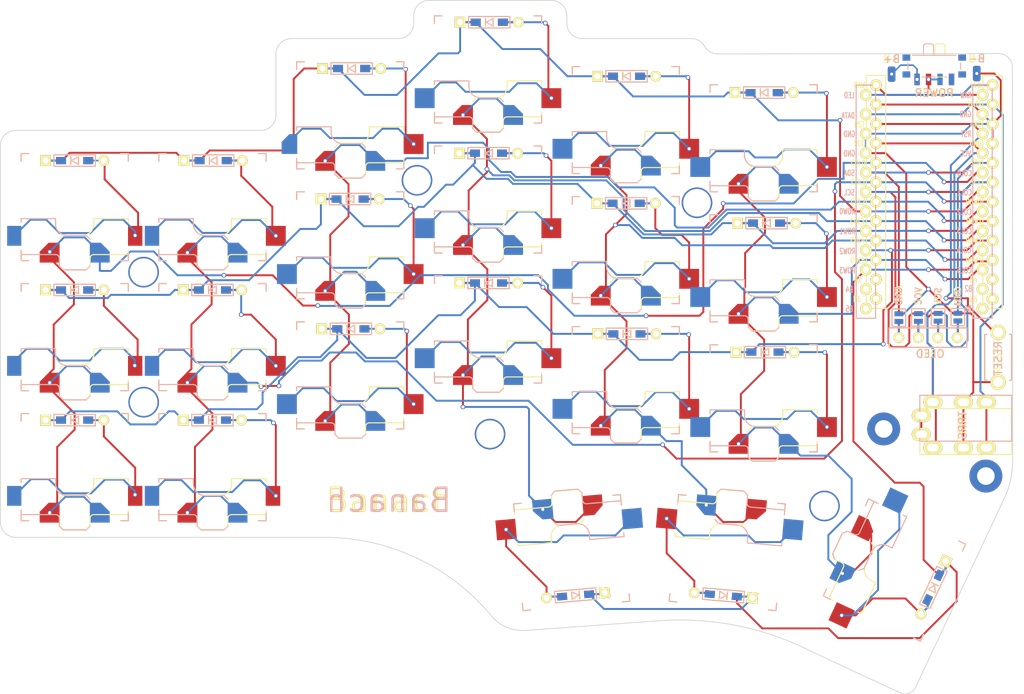
<source format=kicad_pcb>
(kicad_pcb (version 20211014) (generator pcbnew)
  (title_block (rev "rev1.0"))
  (layers (0 "F.Cu" signal) (31 "B.Cu" signal) (34 "B.Paste" user) (35 "F.Paste" user) (36 "B.SilkS" user "B.Silkscreen") (37 "F.SilkS" user "F.Silkscreen") (38 "B.Mask" user) (39 "F.Mask" user) (44 "Edge.Cuts" user))
  (net 0 "")
  (net 1 "row0")
  (net 2 "row1")
  (net 3 "Net-(D2-Pad2)")
  (net 4 "row2")
  (net 5 "Net-(D3-Pad2)")
  (net 6 "row3")
  (net 7 "Net-(D4-Pad2)")
  (net 8 "Net-(D5-Pad2)")
  (net 9 "Net-(D6-Pad2)")
  (net 10 "Net-(D8-Pad2)")
  (net 11 "Net-(D9-Pad2)")
  (net 12 "Net-(D10-Pad2)")
  (net 13 "Net-(D11-Pad2)")
  (net 14 "Net-(D12-Pad2)")
  (net 15 "Net-(D14-Pad2)")
  (net 16 "Net-(D15-Pad2)")
  (net 17 "Net-(D16-Pad2)")
  (net 18 "Net-(D17-Pad2)")
  (net 19 "Net-(D18-Pad2)")
  (net 20 "Net-(D19-Pad2)")
  (net 21 "Net-(D20-Pad2)")
  (net 22 "Net-(D21-Pad2)")
  (net 23 "GND")
  (net 24 "VCC")
  (net 25 "col0")
  (net 26 "col1")
  (net 27 "col2")
  (net 28 "col3")
  (net 29 "col4")
  (net 30 "col5")
  (net 31 "LED")
  (net 32 "data")
  (net 33 "reset")
  (net 34 "SCL")
  (net 35 "SDA")
  (net 36 "Net-(U1-Pad14)")
  (net 37 "Net-(U1-Pad13)")
  (net 38 "Net-(U1-Pad12)")
  (net 39 "Net-(U1-Pad11)")
  (net 40 "Net-(J1-PadA)")
  (net 41 "Net-(D1-Pad2)")
  (net 42 "Net-(D7-Pad2)")
  (net 43 "Net-(D13-Pad2)")
  (net 44 "Batt+")
  (net 45 "RAW")
  (footprint "kbd:D3_TH_SMD" (layer "F.Cu") (at 86.0044 64.3128)
    (fp_text reference "D2" hide)
    (fp_text value "D" hide)
  )
  (footprint "kbd:D3_TH_SMD" (layer "F.Cu") (at 104.0892 52.2732)
    (fp_text reference "D3" hide)
    (fp_text value "D" hide)
  )
  (footprint "kbd:D3_TH_SMD" (layer "F.Cu") (at 122.0724 46.228)
    (fp_text reference "D4" hide)
    (fp_text value "D" hide)
  )
  (footprint "kbd:D3_TH_SMD" (layer "F.Cu") (at 140.0048 53.2892)
    (fp_text reference "D5" hide)
    (fp_text value "D" hide)
  )
  (footprint "kbd:D3_TH_SMD" (layer "F.Cu") (at 157.988 55.4228)
    (fp_text reference "D6" hide)
    (fp_text value "D" hide)
  )
  (footprint "kbd:D3_TH_SMD" (layer "F.Cu") (at 85.9028 81.2292)
    (fp_text reference "D8" hide)
    (fp_text value "D" hide)
  )
  (footprint "kbd:D3_TH_SMD" (layer "F.Cu") (at 103.886 69.342)
    (fp_text reference "D9" hide)
    (fp_text value "D" hide)
  )
  (footprint "kbd:D3_TH_SMD" (layer "F.Cu") (at 121.9708 63.3476)
    (fp_text reference "D10" hide)
    (fp_text value "D" hide)
  )
  (footprint "kbd:D3_TH_SMD" (layer "F.Cu") (at 139.954 69.9008)
    (fp_text reference "D11" hide)
    (fp_text value "D" hide)
  )
  (footprint "kbd:D3_TH_SMD" (layer "F.Cu") (at 158.2928 72.4916)
    (fp_text reference "D12" hide)
    (fp_text value "D" hide)
  )
  (footprint "kbd:D3_TH_SMD" (layer "F.Cu") (at 85.9028 98.2472)
    (fp_text reference "D14" hide)
    (fp_text value "D" hide)
  )
  (footprint "kbd:D3_TH_SMD" (layer "F.Cu") (at 103.9876 86.3092)
    (fp_text reference "D15" hide)
    (fp_text value "D" hide)
  )
  (footprint "kbd:D3_TH_SMD" (layer "F.Cu") (at 121.9708 80.3148)
    (fp_text reference "D16" hide)
    (fp_text value "D" hide)
  )
  (footprint "kbd:D3_TH_SMD" (layer "F.Cu") (at 140.0556 86.9696)
    (fp_text reference "D17" hide)
    (fp_text value "D" hide)
  )
  (footprint "kbd:D3_TH_SMD" (layer "F.Cu") (at 158.0896 89.3572)
    (fp_text reference "D18" hide)
    (fp_text value "D" hide)
  )
  (footprint "kbd:D3_TH_SMD" (layer "F.Cu") (at 133.35 121.158 -175)
    (fp_text reference "D19" hide)
    (fp_text value "D" hide)
  )
  (footprint "kbd:D3_TH_SMD" (layer "F.Cu") (at 152.654 121.158 175)
    (fp_text reference "D20" hide)
    (fp_text value "D" hide)
  )
  (footprint "kbd:D3_TH_SMD" (layer "F.Cu") (at 180.086 120.142 -115)
    (fp_text reference "D21" hide)
    (fp_text value "D" hide)
  )
  (footprint "kbd:MJ-4PP-9" (layer "F.Cu") (at 190.32 99.745 -90)
    (fp_text reference "J1")
    (fp_text value "MJ-4PP-9" hide)
  )
  (footprint "keyswitches:Kailh_socket_PG1350_reversible" (layer "F.Cu") (at 85.91 70.4)
    (fp_text reference "SW2" hide)
    (fp_text value "SW_PUSH")
  )
  (footprint "keyswitches:Kailh_socket_PG1350_reversible" (layer "F.Cu") (at 103.91 58.4)
    (fp_text reference "SW3" hide)
    (fp_text value "SW_PUSH")
  )
  (footprint "keyswitches:Kailh_socket_PG1350_reversible" (layer "F.Cu") (at 121.91 52.4)
    (fp_text reference "SW4" hide)
    (fp_text value "SW_PUSH")
  )
  (footprint "keyswitches:Kailh_socket_PG1350_reversible" (layer "F.Cu") (at 139.91 59.02)
    (fp_text reference "SW5" hide)
    (fp_text value "SW_PUSH")
  )
  (footprint "keyswitches:Kailh_socket_PG1350_reversible" (layer "F.Cu") (at 157.91 61.4)
    (fp_text reference "SW6" hide)
    (fp_text value "SW_PUSH")
  )
  (footprint "keyswitches:Kailh_socket_PG1350_reversible" (layer "F.Cu") (at 85.91 87.4)
    (fp_text reference "SW8" hide)
    (fp_text value "SW_PUSH")
  )
  (footprint "keyswitches:Kailh_socket_PG1350_reversible" (layer "F.Cu") (at 103.91 75.4)
    (fp_text reference "SW9" hide)
    (fp_text value "SW_PUSH")
  )
  (footprint "keyswitches:Kailh_socket_PG1350_reversible" (layer "F.Cu") (at 121.91 69.4)
    (fp_text reference "SW10" hide)
    (fp_text value "SW_PUSH")
  )
  (footprint "keyswitches:Kailh_socket_PG1350_reversible" (layer "F.Cu") (at 139.91 76.02)
    (fp_text reference "SW11" hide)
    (fp_text value "SW_PUSH")
  )
  (footprint "keyswitches:Kailh_socket_PG1350_reversible" (layer "F.Cu") (at 157.91 78.4)
    (fp_text reference "SW12" hide)
    (fp_text value "SW_PUSH")
  )
  (footprint "keyswitches:Kailh_socket_PG1350_reversible" (layer "F.Cu") (at 85.91 104.4)
    (fp_text reference "SW14" hide)
    (fp_text value "SW_PUSH")
  )
  (footprint "keyswitches:Kailh_socket_PG1350_reversible" (layer "F.Cu") (at 103.91 92.4)
    (fp_text reference "SW15" hide)
    (fp_text value "SW_PUSH")
  )
  (footprint "keyswitches:Kailh_socket_PG1350_reversible" (layer "F.Cu") (at 121.91 86.4)
    (fp_text reference "SW16" hide)
    (fp_text value "SW_PUSH")
  )
  (footprint "keyswitches:Kailh_socket_PG1350_reversible" (layer "F.Cu") (at 139.91 93.025)
    (fp_text reference "SW17" hide)
    (fp_text value "SW_PUSH")
  )
  (footprint "keyswitches:Kailh_socket_PG1350_reversible" (layer "F.Cu") (at 157.91 95.4)
    (fp_text reference "SW18" hide)
    (fp_text value "SW_PUSH")
  )
  (footprint "keyswitches:Kailh_socket_PG1350_reversible" (layer "F.Cu") (at 132.842 115.57 -175)
    (fp_text reference "SW19" hide)
    (fp_text value "SW_PUSH")
  )
  (footprint "keyswitches:Kailh_socket_PG1350_reversible" (layer "F.Cu") (at 153.162 115.57 175)
    (fp_text reference "SW20" hide)
    (fp_text value "SW_PUSH")
  )
  (footprint "keyswitches:Kailh_socket_PG1350_reversible" (layer "F.Cu") (at 175.006 117.856 -115)
    (fp_text reference "SW21" hide)
    (fp_text value "SW_PUSH")
  )
  (footprint "kbd:ProMicro_v2" (layer "F.Cu") (at 180.16 68.9274)
    (fp_text reference "U1" hide)
    (fp_text value "ProMicro" hide)
  )
  (footprint "foostan:Jumper" (layer "F.Cu") (at 180.72 84.7974 -90)
    (fp_text reference "JP65" hide)
    (fp_text value "VCC")
  )
  (footprint "foostan:OLED" (layer "F.Cu") (at 175.58 87.4574)
    (fp_text reference "J2")
    (fp_text value "OLED" hide)
  )
  (footprint "foostan:Jumper" (layer "F.Cu") (at 178.12 84.8174 -90)
    (fp_text reference "JP63" hide)
    (fp_text value "SCL")
  )
  (footprint "foostan:Jumper" (layer "F.Cu") (at 175.58 84.8474 -90)
    (fp_text reference "JP61" hide)
    (fp_text value " SDA")
  )
  (footprint "foostan:Jumper" (layer "F.Cu") (at 183.29 84.7878 -90)
    (fp_text reference "JP68" hide)
    (fp_text value "GND")
  )
  (footprint "kbd:ResetSW" (layer "F.Cu") (at 188.55 90.03 -90)
    (fp_text reference "RSW1" hide)
    (fp_text value "Val**")
  )
  (footprint "kbd:LEGO_HOLE" (layer "F.Cu") (at 76.91 78.9)
    (fp_text reference "h1" hide)
    (fp_text value "h1")
  )
  (footprint "kbd:D3_TH_SMD" (layer "F.Cu") (at 67.9028 98.2472)
    (fp_text reference "D14" hide)
    (fp_text value "D" hide)
  )
  (footprint "kbd:LEGO_HOLE" (layer "F.Cu") (at 186.95 105.56)
    (fp_text reference "h8" hide)
    (fp_text value "h8")
  )
  (footprint "kbd:LEGO_HOLE" (layer "F.Cu") (at 122.174 100.076)
    (fp_text reference "h3" hide)
    (fp_text value "h3")
  )
  (footprint "kbd:LEGO_HOLE" (layer "F.Cu") (at 165.862 109.474)
    (fp_text reference "h4" hide)
    (fp_text value "h4")
  )
  (footprint "Connector_Wire:SolderWirePad_1x01_SMD_1x2mm" (layer "F.Cu") (at 185.76 52.93)
    (fp_text reference "B-")
    (fp_text value "B-")
  )
  (footprint "Button_Switch_SMD:SW_SPDT_PCM12" (layer "F.Cu") (at 180.21 52.275 180)
    (fp_text reference "POWER")
    (fp_text value "SW_SPDT_PCM12")
  )
  (footprint "kbd:D3_TH_SMD" (layer "F.Cu") (at 67.9028 64.3128)
    (fp_text reference "D2" hide)
    (fp_text value "D" hide)
  )
  (footprint "Connector_Wire:SolderWirePad_1x01_SMD_1x2mm" (layer "F.Cu") (at 174.64 53.01 180)
    (fp_text reference "B+")
    (fp_text value "B+")
  )
  (footprint "kbd:LEGO_HOLE" (layer "F.Cu") (at 76.92 95.9)
    (fp_text reference "h2" hide)
    (fp_text value "h2")
  )
  (footprint "keyswitches:Kailh_socket_PG1350_reversible" (layer "F.Cu") (at 67.91 70.4)
    (fp_text reference "SW2" hide)
    (fp_text value "SW_PUSH")
  )
  (footprint "kbd:LEGO_HOLE" (layer "F.Cu") (at 173.6 99.4)
    (fp_text reference "h7" hide)
    (fp_text value "h7")
  )
  (footprint "kbd:LEGO_HOLE" (layer "F.Cu") (at 112.63 66.89)
    (fp_text reference "h6" hide)
    (fp_text value "h6")
  )
  (footprint "kbd:D3_TH_SMD" (layer "F.Cu") (at 67.9028 81.2292)
    (fp_text reference "D8" hide)
    (fp_text value "D" hide)
  )
  (footprint "keyswitches:Kailh_socket_PG1350_reversible" (layer "F.Cu") (at 67.91 87.4)
    (fp_text reference "SW8" hide)
    (fp_text value "SW_PUSH")
  )
  (footprint "keyswitches:Kailh_socket_PG1350_reversible" (layer "F.Cu") (at 67.91 104.4)
    (fp_text reference "SW14" hide)
    (fp_text value "SW_PUSH")
  )
  (footprint "kbd:LEGO_HOLE" (layer "F.Cu") (at 149.21 69.83)
    (fp_text reference "h5" hide)
    (fp_text value "h5")
  )
  (footprint "foostan:Jumper" (layer "B.Cu") (at 178.13 84.8274 -90)
    (fp_text reference "JP64" hide)
    (fp_text value "VCC")
  )
  (footprint "foostan:Jumper" (layer "B.Cu") (at 175.58 84.857 -90)
    (fp_text reference "JP62" hide)
    (fp_text value "GND")
  )
  (footprint "foostan:Jumper" (layer "B.Cu") (at 183.29 84.7774 -90)
    (fp_text reference "JP6" hide)
    (fp_text value " SDA")
  )
  (footprint "foostan:Jumper" (layer "B.Cu") (at 180.71 84.7974 -90)
    (fp_text reference "JP66" hide)
    (fp_text value "SCL")
  )
  (footprint "Button_Switch_SMD:SW_SPDT_PCM12" (layer "B.Cu") (at 180.21 52.275)
    (fp_text reference "POWER")
    (fp_text value "SW_SPDT_PCM12")
  )
  (footprint "Connector_Wire:SolderWirePad_1x01_SMD_1x2mm" (layer "B.Cu") (at 174.64 53.01)
    (fp_text reference "B+")
    (fp_text value "B+")
  )
  (footprint "Connector_Wire:SolderWirePad_1x01_SMD_1x2mm" (layer "B.Cu") (at 185.76 52.93)
    (fp_text reference "B-")
    (fp_text value "B-")
  )
  (gr_line (start 144.46 124.46) (end 127 125.73) (layer "Edge.Cuts") (width 0.1))
  (gr_line (start 132.2 46.37) (end 132.2 45.37) (layer "Edge.Cuts") (width 0.1))
  (gr_arc (start 94.2 50.37) (mid 94.785786 48.955786) (end 96.2 48.37) (layer "Edge.Cuts") (width 0.1))
  (gr_arc (start 188.617208 50.322792) (mid 189.89 50.85) (end 190.417208 52.122792) (layer "Edge.Cuts") (width 0.1))
  (gr_line (start 190.457208 103.738795) (end 190.417208 52.122792) (layer "Edge.Cuts") (width 0.1))
  (gr_arc (start 144.46 124.46) (mid 154.54008 125.135261) (end 164.08 128.46) (layer "Edge.Cuts") (width 0.1))
  (gr_arc (start 127 125.73) (mid 124.548177 125.406113) (end 122.5 124.02) (layer "Edge.Cuts") (width 0.1))
  (gr_arc (start 130.2 43.37) (mid 131.614214 43.955786) (end 132.2 45.37) (layer "Edge.Cuts") (width 0.1))
  (gr_line (start 58.2 62.37) (end 58.2 111.57) (layer "Edge.Cuts") (width 0.1))
  (gr_arc (start 112.2 45.37) (mid 112.785786 43.955786) (end 114.2 43.37) (layer "Edge.Cuts") (width 0.1))
  (gr_arc (start 94.2 58.37) (mid 93.614214 59.784214) (end 92.2 60.37) (layer "Edge.Cuts") (width 0.1))
  (gr_arc (start 177.7 133.33) (mid 176.950025 133.934107) (end 175.99 134.01) (layer "Edge.Cuts") (width 0.1))
  (gr_line (start 130.2 43.37) (end 114.2 43.37) (layer "Edge.Cuts") (width 0.1))
  (gr_line (start 94.2 50.37) (end 94.2 58.37) (layer "Edge.Cuts") (width 0.1))
  (gr_line (start 188.617208 50.322792) (end 151.950002 50.369998) (layer "Edge.Cuts") (width 0.1))
  (gr_arc (start 100.7 113.57) (mid 112.765926 116.362734) (end 122.5 124.02) (layer "Edge.Cuts") (width 0.1))
  (gr_arc (start 134.2 48.37) (mid 132.785786 47.784214) (end 132.2 46.37) (layer "Edge.Cuts") (width 0.1))
  (gr_line (start 177.7 133.33) (end 189.41 108.36) (layer "Edge.Cuts") (width 0.1))
  (gr_arc (start 190.457208 103.738795) (mid 190.169947 106.102461) (end 189.41 108.36) (layer "Edge.Cuts") (width 0.1))
  (gr_arc (start 151.950002 50.369998) (mid 150.942226 50.102364) (end 150.2 49.37) (layer "Edge.Cuts") (width 0.1))
  (gr_line (start 148.5 48.37) (end 134.2 48.37) (layer "Edge.Cuts") (width 0.1))
  (gr_arc (start 112.2 46.37) (mid 111.614214 47.784214) (end 110.2 48.37) (layer "Edge.Cuts") (width 0.1))
  (gr_arc (start 60.2 113.57) (mid 58.785786 112.984214) (end 58.2 111.57) (layer "Edge.Cuts") (width 0.1))
  (gr_arc (start 148.5 48.37) (mid 149.486154 48.638538) (end 150.2 49.37) (layer "Edge.Cuts") (width 0.1))
  (gr_line (start 110.2 48.37) (end 96.2 48.37) (layer "Edge.Cuts") (width 0.1))
  (gr_arc (start 58.2 62.37) (mid 58.785786 60.955786) (end 60.2 60.37) (layer "Edge.Cuts") (width 0.1))
  (gr_line (start 164.08 128.46) (end 175.99 134.01) (layer "Edge.Cuts") (width 0.1))
  (gr_line (start 60.2 113.57) (end 100.7 113.57) (layer "Edge.Cuts") (width 0.1))
  (gr_line (start 92.2 60.37) (end 60.2 60.37) (layer "Edge.Cuts") (width 0.1))
  (gr_line (start 112.2 45.37) (end 112.2 46.37) (layer "Edge.Cuts") (width 0.1))
  (gr_text "Banach" (at 117.348 108.712) (layer "F.Cu") (effects (font (size 3 3) (thickness 0.3)) (justify right)))
  (gr_text "Banach" (at 117.348 108.712) (layer "B.Cu") (effects (font (size 3 3) (thickness 0.3)) (justify left mirror)))
  (gr_text "Banach" (at 117.348 108.712) (layer "B.SilkS") (effects (font (size 3 3) (thickness 0.3)) (justify left mirror)))
  (gr_text "Banach" (at 117.348 108.712) (layer "F.SilkS") (effects (font (size 3 3) (thickness 0.3)) (justify right)))
  (segment (start 96.52 53.6448) (end 97.8916 52.2732) (width 0.25) (layer "F.Cu") (net 1))
  (segment (start 118.2624 46.228) (end 120.2974 46.228) (width 0.25) (layer "F.Cu") (net 1))
  (segment (start 154.178 55.4228) (end 156.213 55.4228) (width 0.25) (layer "F.Cu") (net 1))
  (segment (start 138.2298 53.2892) (end 136.1948 53.2892) (width 0.25) (layer "F.Cu") (net 1))
  (segment (start 85.5502 62.992) (end 84.2294 64.3128) (width 0.25) (layer "F.Cu") (net 1))
  (segment (start 169.9163 70.9594) (end 171.27 70.9594) (width 0.25) (layer "F.Cu") (net 1))
  (segment (start 66.2354 64.3168) (end 64.2004 64.3168) (width 0.25) (layer "F.Cu") (net 1))
  (segment (start 185.248 69.6894) (end 183.978 70.9594) (width 0.25) (layer "F.Cu") (net 1))
  (segment (start 102.3142 52.2732) (end 100.2792 52.2732) (width 0.25) (layer "F.Cu") (net 1))
  (segment (start 167.9 68.9431) (end 169.9163 70.9594) (width 0.25) (layer "F.Cu") (net 1))
  (segment (start 96.52 53.6448) (end 96.52 61.849) (width 0.25) (layer "F.Cu") (net 1))
  (segment (start 95.377 62.992) (end 85.5502 62.992) (width 0.25) (layer "F.Cu") (net 1))
  (segment (start 167.9 59.04) (end 167.9 68.9431) (width 0.25) (layer "F.Cu") (net 1))
  (segment (start 81.1749 63.2933) (end 82.1944 64.3128) (width 0.25) (layer "F.Cu") (net 1))
  (segment (start 97.8916 52.2732) (end 100.2792 52.2732) (width 0.25) (layer "F.Cu") (net 1))
  (segment (start 67.2589 63.2933) (end 81.1749 63.2933) (width 0.25) (layer "F.Cu") (net 1))
  (segment (start 96.52 61.849) (end 95.377 62.992) (width 0.25) (layer "F.Cu") (net 1))
  (segment (start 187.8164 69.6894) (end 185.248 69.6894) (width 0.25) (layer "F.Cu") (net 1))
  (segment (start 84.2294 64.3128) (end 82.1944 64.3128) (width 0.25) (layer "F.Cu") (net 1))
  (segment (start 66.2354 64.3168) (end 67.2589 63.2933) (width 0.25) (layer "F.Cu") (net 1))
  (segment (start 183.978 70.9594) (end 179.45 70.9594) (width 0.25) (layer "F.Cu") (net 1))
  (via (at 179.45 70.9594) (size 0.6) (drill 0.4) (layers "F.Cu" "B.Cu") (net 1))
  (via (at 167.9 59.04) (size 0.6) (drill 0.4) (layers "F.Cu" "B.Cu") (net 1))
  (segment (start 102.3142 52.2732) (end 100.2792 52.2732) (width 0.25) (layer "B.Cu") (net 1))
  (segment (start 128.7272 49.7332) (end 132.2832 53.2892) (width 0.25) (layer "B.Cu") (net 1))
  (segment (start 140.8714 55.9308) (end 138.2298 53.2892) (width 0.25) (layer "B.Cu") (net 1))
  (segment (start 152.7215 55.9308) (end 140.8714 55.9308) (width 0.25) (layer "B.Cu") (net 1))
  (segment (start 159.8452 59.055) (end 167.885 59.055) (width 0.25) (layer "B.Cu") (net 1))
  (segment (start 64.2004 64.3168) (end 66.2354 64.3168) (width 0.25) (layer "B.Cu") (net 1))
  (segment (start 120.2974 46.228) (end 118.2624 46.228) (width 0.25) (layer "B.Cu") (net 1))
  (segment (start 153.2295 55.4228) (end 152.7215 55.9308) (width 0.25) (layer "B.Cu") (net 1))
  (segment (start 118.2624 46.228) (end 118.2624 50.0126) (width 0.25) (layer "B.Cu") (net 1))
  (segment (start 123.8026 49.7332) (end 128.7272 49.7332) (width 0.25) (layer "B.Cu") (net 1))
  (segment (start 154.178 55.4228) (end 153.2295 55.4228) (width 0.25) (layer "B.Cu") (net 1))
  (segment (start 84.2294 64.3128) (end 82.1944 64.3128) (width 0.25) (layer "B.Cu") (net 1))
  (segment (start 118.2624 50.0126) (end 117.983 50.292) (width 0.25) (layer "B.Cu") (net 1))
  (segment (start 132.2832 53.2892) (end 136.1948 53.2892) (width 0.25) (layer "B.Cu") (net 1))
  (segment (start 105.7686 55.7276) (end 102.3142 52.2732) (width 0.25) (layer "B.Cu") (net 1))
  (segment (start 171.27 70.9594) (end 179.45 70.9594) (width 0.25) (layer "B.Cu") (net 1))
  (segment (start 138.2298 53.2892) (end 136.1948 53.2892) (width 0.25) (layer "B.Cu") (net 1))
  (segment (start 117.983 50.292) (end 115.443 50.292) (width 0.25) (layer "B.Cu") (net 1))
  (segment (start 110.0074 55.7276) (end 105.7686 55.7276) (width 0.25) (layer "B.Cu") (net 1))
  (segment (start 115.443 50.292) (end 110.0074 55.7276) (width 0.25) (layer "B.Cu") (net 1))
  (segment (start 167.885 59.055) (end 167.9 59.04) (width 0.25) (layer "B.Cu") (net 1))
  (segment (start 156.213 55.4228) (end 159.8452 59.055) (width 0.25) (layer "B.Cu") (net 1))
  (segment (start 156.213 55.4228) (end 154.178 55.4228) (width 0.25) (layer "B.Cu") (net 1))
  (segment (start 120.2974 46.228) (end 123.8026 49.7332) (width 0.25) (layer "B.Cu") (net 1))
  (segment (start 187.8164 72.2294) (end 185.502 72.2294) (width 0.25) (layer "F.Cu") (net 2))
  (segment (start 184.232 73.4994) (end 179.45 73.4994) (width 0.25) (layer "F.Cu") (net 2))
  (segment (start 138.179 69.9008) (end 136.144 69.9008) (width 0.25) (layer "F.Cu") (net 2))
  (segment (start 185.502 72.2294) (end 184.232 73.4994) (width 0.25) (layer "F.Cu") (net 2))
  (segment (start 102.111 69.342) (end 100.076 69.342) (width 0.25) (layer "F.Cu") (net 2))
  (segment (start 120.1958 63.3476) (end 118.1608 63.3476) (width 0.25) (layer "F.Cu") (net 2))
  (segment (start 66.1338 81.2332) (end 64.0988 81.2332) (width 0.25) (layer "F.Cu") (net 2))
  (segment (start 84.1278 81.2292) (end 82.0928 81.2292) (width 0.25) (layer "F.Cu") (net 2))
  (segment (start 156.5178 72.4916) (end 154.4828 72.4916) (width 0.25) (layer "F.Cu") (net 2))
  (via (at 179.45 73.4994) (size 0.6) (drill 0.4) (layers "F.Cu" "B.Cu") (net 2))
  (segment (start 113.538 70.358) (end 112.776 70.358) (width 0.25) (layer "B.Cu") (net 2))
  (segment (start 119.9134 64.897) (end 117.348 67.4624) (width 0.25) (layer "B.Cu") (net 2))
  (segment (start 138.179 69.9008) (end 136.144 69.9008) (width 0.25) (layer "B.Cu") (net 2))
  (segment (start 85.402 79.955) (end 84.1278 81.2292) (width 0.25) (layer "B.Cu") (net 2))
  (segment (start 167.529204 73.4994) (end 171.27 73.4994) (width 0.25) (layer "B.Cu") (net 2))
  (segment (start 64.0988 81.2332) (end 66.1338 81.2332) (width 0.25) (layer "B.Cu") (net 2))
  (segment (start 120.1958 63.3476) (end 120.1958 64.6146) (width 0.25) (layer "B.Cu") (net 2))
  (segment (start 100.076 69.342) (end 100.076 72.644) (width 0.25) (layer "B.Cu") (net 2))
  (segment (start 100.076 72.644) (end 99.4664 73.2536) (width 0.25) (layer "B.Cu") (net 2))
  (segment (start 80.988198 81.2292) (end 82.0928 81.2292) (width 0.25) (layer "B.Cu") (net 2))
  (segment (start 171.27 73.4994) (end 179.45 73.4994) (width 0.25) (layer "B.Cu") (net 2))
  (segment (start 80.347398 81.87) (end 80.988198 81.2292) (width 0.25) (layer "B.Cu") (net 2))
  (segment (start 102.111 69.342) (end 100.076 69.342) (width 0.25) (layer "B.Cu") (net 2))
  (segment (start 121.7168 66.7004) (end 119.9134 64.897) (width 0.25) (layer "B.Cu") (net 2))
  (segment (start 105.667 72.898) (end 102.111 69.342) (width 0.25) (layer "B.Cu") (net 2))
  (segment (start 165.908303 75.120301) (end 167.529204 73.4994) (width 0.25) (layer "B.Cu") (net 2))
  (segment (start 67.184299 82.283699) (end 72.226301 82.283699) (width 0.25) (layer "B.Cu") (net 2))
  (segment (start 154.4828 72.4916) (end 152.5524 72.4916) (width 0.25) (layer "B.Cu") (net 2))
  (segment (start 72.226301 82.283699) (end 72.64 81.87) (width 0.25) (layer "B.Cu") (net 2))
  (segment (start 112.776 70.358) (end 110.236 72.898) (width 0.25) (layer "B.Cu") (net 2))
  (segment (start 133.59632 67.35312) (end 125.16352 67.35312) (width 0.25) (layer "B.Cu") (net 2))
  (segment (start 99.4664 73.2536) (end 97.3836 73.2536) (width 0.25) (layer "B.Cu") (net 2))
  (segment (start 136.144 69.9008) (end 133.59632 67.35312) (width 0.25) (layer "B.Cu") (net 2))
  (segment (start 151.07152 73.97248) (end 142.25068 73.97248) (width 0.25) (layer "B.Cu") (net 2))
  (segment (start 120.1958 64.6146) (end 119.9134 64.897) (width 0.25) (layer "B.Cu") (net 2))
  (segment (start 66.1338 81.2332) (end 67.184299 82.283699) (width 0.25) (layer "B.Cu") (net 2))
  (segment (start 117.348 67.4624) (end 116.4336 67.4624) (width 0.25) (layer "B.Cu") (net 2))
  (segment (start 156.5178 72.4916) (end 159.146501 75.120301) (width 0.25) (layer "B.Cu") (net 2))
  (segment (start 159.146501 75.120301) (end 165.908303 75.120301) (width 0.25) (layer "B.Cu") (net 2))
  (segment (start 156.5178 72.4916) (end 154.4828 72.4916) (width 0.25) (layer "B.Cu") (net 2))
  (segment (start 90.6822 79.955) (end 85.402 79.955) (width 0.25) (layer "B.Cu") (net 2))
  (segment (start 110.236 72.898) (end 105.667 72.898) (width 0.25) (layer "B.Cu") (net 2))
  (segment (start 72.64 81.87) (end 80.347398 81.87) (width 0.25) (layer "B.Cu") (net 2))
  (segment (start 97.3836 73.2536) (end 90.6822 79.955) (width 0.25) (layer "B.Cu") (net 2))
  (segment (start 125.16352 67.35312) (end 124.5108 66.7004) (width 0.25) (layer "B.Cu") (net 2))
  (segment (start 142.25068 73.97248) (end 138.179 69.9008) (width 0.25) (layer "B.Cu") (net 2))
  (segment (start 120.1958 63.3476) (end 118.1608 63.3476) (width 0.25) (layer "B.Cu") (net 2))
  (segment (start 124.5108 66.7004) (end 121.7168 66.7004) (width 0.25) (layer "B.Cu") (net 2))
  (segment (start 152.5524 72.4916) (end 151.07152 73.97248) (width 0.25) (layer "B.Cu") (net 2))
  (segment (start 84.1278 81.2292) (end 82.0928 81.2292) (width 0.25) (layer "B.Cu") (net 2))
  (segment (start 116.4336 67.4624) (end 113.538 70.358) (width 0.25) (layer "B.Cu") (net 2))
  (segment (start 89.662 66.294) (end 89.662 64.4652) (width 0.25) (layer "F.Cu") (net 3))
  (segment (start 93.726 70.358) (end 89.662 66.294) (width 0.25) (layer "F.Cu") (net 3))
  (segment (start 93.726 73.691) (end 93.726 70.358) (width 0.25) (layer "F.Cu") (net 3))
  (segment (start 94.185 74.15) (end 93.726 73.691) (width 0.25) (layer "F.Cu") (net 3))
  (segment (start 89.662 64.4652) (end 89.8144 64.3128) (width 0.25) (layer "F.Cu") (net 3))
  (segment (start 87.7794 64.3128) (end 89.8144 64.3128) (width 0.25) (layer "F.Cu") (net 3))
  (via (at 94.185 74.15) (size 0.6) (drill 0.4) (layers "F.Cu" "B.Cu") (net 3))
  (segment (start 89.7636 72.0852) (end 92.1202 72.0852) (width 0.25) (layer "B.Cu") (net 3))
  (segment (start 77.635 74.15) (end 79.7506 72.0344) (width 0.25) (layer "B.Cu") (net 3))
  (segment (start 88.07952 73.76928) (end 89.7636 72.0852) (width 0.25) (layer "B.Cu") (net 3))
  (segment (start 82.845123 72.0344) (end 84.580003 73.76928) (width 0.25) (layer "B.Cu") (net 3))
  (segment (start 84.580003 73.76928) (end 88.07952 73.76928) (width 0.25) (layer "B.Cu") (net 3))
  (segment (start 79.7506 72.0344) (end 82.845123 72.0344) (width 0.25) (layer "B.Cu") (net 3))
  (segment (start 87.7794 64.3128) (end 89.8144 64.3128) (width 0.25) (layer "B.Cu") (net 3))
  (segment (start 92.1202 72.0852) (end 94.185 74.15) (width 0.25) (layer "B.Cu") (net 3))
  (segment (start 156.3146 89.3572) (end 154.2796 89.3572) (width 0.25) (layer "F.Cu") (net 4))
  (segment (start 174.68047 76.21438) (end 174.50549 76.0394) (width 0.25) (layer "F.Cu") (net 4))
  (segment (start 184.486 76.0394) (end 179.45 76.0394) (width 0.25) (layer "F.Cu") (net 4))
  (segment (start 173.5572 83.874482) (end 174.68047 82.751212) (width 0.25) (layer "F.Cu") (net 4))
  (segment (start 84.1278 98.2472) (end 82.0928 98.2472) (width 0.25) (layer "F.Cu") (net 4))
  (segment (start 185.756 74.7694) (end 184.486 76.0394) (width 0.25) (layer "F.Cu") (net 4))
  (segment (start 138.2806 86.9696) (end 136.2456 86.9696) (width 0.25) (layer "F.Cu") (net 4))
  (segment (start 173.5572 83.874482) (end 173.5572 88.2965) (width 0.25) (layer "F.Cu") (net 4))
  (segment (start 187.8164 74.7694) (end 185.756 74.7694) (width 0.25) (layer "F.Cu") (net 4))
  (segment (start 173.5572 88.2965) (end 173.5437 88.31) (width 0.25) (layer "F.Cu") (net 4))
  (segment (start 120.1958 80.3148) (end 118.1608 80.3148) (width 0.25) (layer "F.Cu") (net 4))
  (segment (start 66.1338 98.2512) (end 64.0988 98.2512) (width 0.25) (layer "F.Cu") (net 4))
  (segment (start 174.68047 82.751212) (end 174.68047 76.21438) (width 0.25) (layer "F.Cu") (net 4))
  (segment (start 102.2126 86.3092) (end 100.1776 86.3092) (width 0.25) (layer "F.Cu") (net 4))
  (via (at 174.50549 76.0394) (size 0.6) (drill 0.4) (layers "F.Cu" "B.Cu") (net 4))
  (via (at 179.45 76.0394) (size 0.6) (drill 0.4) (layers "F.Cu" "B.Cu") (net 4))
  (via (at 173.5437 88.31) (size 0.6) (drill 0.4) (layers "F.Cu" "B.Cu") (net 4))
  (segment (start 97.0788 90.0176) (end 92.456 94.6404) (width 0.25) (layer "B.Cu") (net 4))
  (segment (start 102.2126 87.7794) (end 99.9744 90.0176) (width 0.25) (layer "B.Cu") (net 4))
  (segment (start 73.478 97.1) (end 75.184 98.806) (width 0.25) (layer "B.Cu") (net 4))
  (segment (start 66.1338 98.2512) (end 67.285 97.1) (width 0.25) (layer "B.Cu") (net 4))
  (segment (start 138.2806 86.9696) (end 136.2456 86.9696) (width 0.25) (layer "B.Cu") (net 4))
  (segment (start 92.456 94.6404) (end 92.456 96.0628) (width 0.25) (layer "B.Cu") (net 4))
  (segment (start 130.4544 86.9696) (end 126.9492 83.4644) (width 0.25) (layer "B.Cu") (net 4))
  (segment (start 157.3618 88.31) (end 173.5437 88.31) (width 0.25) (layer "B.Cu") (net 4))
  (segment (start 123.3454 83.4644) (end 120.1958 80.3148) (width 0.25) (layer "B.Cu") (net 4))
  (segment (start 102.2126 86.3092) (end 102.2126 87.7794) (width 0.25) (layer "B.Cu") (net 4))
  (segment (start 64.0988 98.2512) (end 66.1338 98.2512) (width 0.25) (layer "B.Cu") (net 4))
  (segment (start 145.9992 90.3732) (end 141.6842 90.3732) (width 0.25) (layer "B.Cu") (net 4))
  (segment (start 80.9456 97.1) (end 82.0928 98.2472) (width 0.25) (layer "B.Cu") (net 4))
  (segment (start 109.8296 90.1192) (end 106.0226 90.1192) (width 0.25) (layer "B.Cu") (net 4))
  (segment (start 85.5502 96.8248) (end 84.1278 98.2472) (width 0.25) (layer "B.Cu") (net 4))
  (segment (start 120.1958 80.3148) (end 118.1608 80.3148) (width 0.25) (layer "B.Cu") (net 4))
  (segment (start 141.6842 90.3732) (end 138.2806 86.9696) (width 0.25) (layer "B.Cu") (net 4))
  (segment (start 120.1958 82.6486) (end 118.3132 84.5312) (width 0.25) (layer "B.Cu") (net 4))
  (segment (start 99.9744 90.0176) (end 97.0788 90.0176) (width 0.25) (layer "B.Cu") (net 4))
  (segment (start 92.456 96.0628) (end 91.694 96.8248) (width 0.25) (layer "B.Cu") (net 4))
  (segment (start 84.1278 98.2472) (end 82.0928 98.2472) (width 0.25) (layer "B.Cu") (net 4))
  (segment (start 78.486 98.806) (end 80.192 97.1) (width 0.25) (layer "B.Cu") (net 4))
  (segment (start 67.285 97.1) (end 73.478 97.1) (width 0.25) (layer "B.Cu") (net 4))
  (segment (start 91.694 96.8248) (end 85.5502 96.8248) (width 0.25) (layer "B.Cu") (net 4))
  (segment (start 156.3146 89.3572) (end 157.3618 88.31) (width 0.25) (layer "B.Cu") (net 4))
  (segment (start 115.4176 84.5312) (end 109.8296 90.1192) (width 0.25) (layer "B.Cu") (net 4))
  (segment (start 171.27 76.0394) (end 179.45 76.0394) (width 0.25) (layer "B.Cu") (net 4))
  (segment (start 118.3132 84.5312) (end 115.4176 84.5312) (width 0.25) (layer "B.Cu") (net 4))
  (segment (start 80.192 97.1) (end 80.9456 97.1) (width 0.25) (layer "B.Cu") (net 4))
  (segment (start 156.3146 89.3572) (end 154.2796 89.3572) (width 0.25) (layer "B.Cu") (net 4))
  (segment (start 136.2456 86.9696) (end 130.4544 86.9696) (width 0.25) (layer "B.Cu") (net 4))
  (segment (start 120.1958 80.3148) (end 120.1958 82.6486) (width 0.25) (layer "B.Cu") (net 4))
  (segment (start 147.0152 89.3572) (end 145.9992 90.3732) (width 0.25) (layer "B.Cu") (net 4))
  (segment (start 154.2796 89.3572) (end 147.0152 89.3572) (width 0.25) (layer "B.Cu") (net 4))
  (segment (start 75.184 98.806) (end 78.486 98.806) (width 0.25) (layer "B.Cu") (net 4))
  (segment (start 102.2126 86.3092) (end 100.1776 86.3092) (width 0.25) (layer "B.Cu") (net 4))
  (segment (start 126.9492 83.4644) (end 123.3454 83.4644) (width 0.25) (layer "B.Cu") (net 4))
  (segment (start 106.0226 90.1192) (end 102.2126 86.3092) (width 0.25) (layer "B.Cu") (net 4))
  (segment (start 111.1504 61.1154) (end 112.185 62.15) (width 0.25) (layer "F.Cu") (net 5))
  (segment (start 105.8642 52.2732) (end 107.8992 52.2732) (width 0.25) (layer "F.Cu") (net 5))
  (segment (start 111.1504 52.3748) (end 111.1504 61.1154) (width 0.25) (layer "F.Cu") (net 5))
  (via (at 112.185 62.15) (size 0.6) (drill 0.4) (layers "F.Cu" "B.Cu") (net 5))
  (via (at 111.1504 52.3748) (size 0.6) (drill 0.4) (layers "F.Cu" "B.Cu") (net 5))
  (segment (start 101.266257 61.3664) (end 106.8832 61.3664) (width 0.25) (layer "B.Cu") (net 5))
  (segment (start 106.8832 61.3664) (end 108.1024 60.1472) (width 0.25) (layer "B.Cu") (net 5))
  (segment (start 105.8642 52.2732) (end 107.8992 52.2732) (width 0.25) (layer "B.Cu") (net 5))
  (segment (start 107.8992 52.2732) (end 111.0488 52.2732) (width 0.25) (layer "B.Cu") (net 5))
  (segment (start 97.6378 60.1472) (end 100.047057 60.1472) (width 0.25) (layer "B.Cu") (net 5))
  (segment (start 95.635 62.15) (end 97.6378 60.1472) (width 0.25) (layer "B.Cu") (net 5))
  (segment (start 110.1822 60.1472) (end 112.185 62.15) (width 0.25) (layer "B.Cu") (net 5))
  (segment (start 100.047057 60.1472) (end 101.266257 61.3664) (width 0.25) (layer "B.Cu") (net 5))
  (segment (start 108.1024 60.1472) (end 110.1822 60.1472) (width 0.25) (layer "B.Cu") (net 5))
  (segment (start 111.0488 52.2732) (end 111.1504 52.3748) (width 0.25) (layer "B.Cu") (net 5))
  (segment (start 166.37 125.476) (end 167.64 126.746) (width 0.25) (layer "F.Cu") (net 6))
  (segment (start 187.633401 77.492399) (end 187.8164 77.3094) (width 0.25) (layer "F.Cu") (net 6))
  (segment (start 178.308 106.426) (end 178.816 106.934) (width 0.25) (layer "F.Cu") (net 6))
  (segment (start 181.696176 117.673275) (end 180.836147 118.533304) (width 0.25) (layer "F.Cu") (net 6))
  (segment (start 185.573001 77.492399) (end 187.633401 77.492399) (width 0.25) (layer "F.Cu") (net 6))
  (segment (start 154.422246 121.312701) (end 156.27214 121.312701) (width 0.25) (layer "F.Cu") (net 6))
  (segment (start 167.64 126.746) (end 178.308 126.746) (width 0.25) (layer "F.Cu") (net 6))
  (segment (start 178.816 116.513157) (end 180.836147 118.533304) (width 0.25) (layer "F.Cu") (net 6))
  (segment (start 179.45 78.5794) (end 184.486 78.5794) (width 0.25) (layer "F.Cu") (net 6))
  (segment (start 171.27 78.5794) (end 169.645 80.2044) (width 0.25) (layer "F.Cu") (net 6))
  (segment (start 157.734 125.476) (end 166.37 125.476) (width 0.25) (layer "F.Cu") (net 6))
  (segment (start 184.486 78.5794) (end 185.573001 77.492399) (width 0.25) (layer "F.Cu") (net 6))
  (segment (start 181.696176 116.688967) (end 181.696176 117.673275) (width 0.25) (layer "F.Cu") (net 6))
  (segment (start 178.816 106.934) (end 178.816 116.513157) (width 0.25) (layer "F.Cu") (net 6))
  (segment (start 154.422246 121.312701) (end 154.422246 122.164246) (width 0.25) (layer "F.Cu") (net 6))
  (segment (start 169.645 101.025) (end 175.046 106.426) (width 0.25) (layer "F.Cu") (net 6))
  (segment (start 169.645 80.2044) (end 169.645 101.025) (width 0.25) (layer "F.Cu") (net 6))
  (segment (start 183.134 121.92) (end 183.134 118.126791) (width 0.25) (layer "F.Cu") (net 6))
  (segment (start 183.134 118.126791) (end 181.696176 116.688967) (width 0.25) (layer "F.Cu") (net 6))
  (segment (start 136.96814 121.003299) (end 137.145502 120.825937) (width 0.25) (layer "F.Cu") (net 6))
  (segment (start 154.422246 122.164246) (end 157.734 125.476) (width 0.25) (layer "F.Cu") (net 6))
  (segment (start 175.046 106.426) (end 178.308 106.426) (width 0.25) (layer "F.Cu") (net 6))
  (segment (start 178.308 126.746) (end 183.134 121.92) (width 0.25) (layer "F.Cu") (net 6))
  (segment (start 135.118246 121.003299) (end 136.96814 121.003299) (width 0.25) (layer "F.Cu") (net 6))
  (segment (start 156.27214 121.312701) (end 156.449502 121.490063) (width 0.25) (layer "F.Cu") (net 6))
  (via (at 179.45 78.5794) (size 0.6) (drill 0.4) (layers "F.Cu" "B.Cu") (net 6))
  (segment (start 171.27 78.5794) (end 179.45 78.5794) (width 0.25) (layer "B.Cu") (net 6))
  (segment (start 137.050947 122.936) (end 155.003565 122.936) (width 0.25) (layer "B.Cu") (net 6))
  (segment (start 154.422246 121.312701) (end 156.27214 121.312701) (width 0.25) (layer "B.Cu") (net 6))
  (segment (start 155.003565 122.936) (end 156.449502 121.490063) (width 0.25) (layer "B.Cu") (net 6))
  (segment (start 181.696176 116.688967) (end 181.696176 117.673275) (width 0.25) (layer "B.Cu") (net 6))
  (segment (start 135.118246 121.003299) (end 137.050947 122.936) (width 0.25) (layer "B.Cu") (net 6))
  (segment (start 156.27214 121.312701) (end 156.449502 121.490063) (width 0.25) (layer "B.Cu") (net 6))
  (segment (start 136.96814 121.003299) (end 137.145502 120.825937) (width 0.25) (layer "B.Cu") (net 6))
  (segment (start 181.696176 117.673275) (end 180.836147 118.533304) (width 0.25) (layer "B.Cu") (net 6))
  (segment (start 135.118246 121.003299) (end 136.96814 121.003299) (width 0.25) (layer "B.Cu") (net 6))
  (segment (start 129.794 46.736) (end 129.794 55.759) (width 0.25) (layer "F.Cu") (net 7))
  (segment (start 129.794 55.759) (end 130.185 56.15) (width 0.25) (layer "F.Cu") (net 7))
  (segment (start 129.3876 46.3296) (end 129.794 46.736) (width 0.25) (layer "F.Cu") (net 7))
  (segment (start 123.8474 46.228) (end 125.8824 46.228) (width 0.25) (layer "F.Cu") (net 7))
  (via (at 129.3876 46.3296) (size 0.6) (drill 0.4) (layers "F.Cu" "B.Cu") (net 7))
  (via (at 130.185 56.15) (size 0.6) (drill 0.4) (layers "F.Cu" "B.Cu") (net 7))
  (segment (start 113.635 56.15) (end 115.683 54.102) (width 0.25) (layer "B.Cu") (net 7))
  (segment (start 117.7544 54.102) (end 118.9736 55.3212) (width 0.25) (layer "B.Cu") (net 7))
  (segment (start 129.3876 46.3296) (end 129.286 46.228) (width 0.25) (layer "B.Cu") (net 7))
  (segment (start 115.683 54.102) (end 117.7544 54.102) (width 0.25) (layer "B.Cu") (net 7))
  (segment (start 125.7808 54.2036) (end 128.2386 54.2036) (width 0.25) (layer "B.Cu") (net 7))
  (segment (start 118.9736 55.3212) (end 124.6632 55.3212) (width 0.25) (layer "B.Cu") (net 7))
  (segment (start 124.6632 55.3212) (end 125.7808 54.2036) (width 0.25) (layer "B.Cu") (net 7))
  (segment (start 125.8824 46.228) (end 123.8474 46.228) (width 0.25) (layer "B.Cu") (net 7))
  (segment (start 128.2386 54.2036) (end 130.185 56.15) (width 0.25) (layer "B.Cu") (net 7))
  (segment (start 129.286 46.228) (end 125.8824 46.228) (width 0.25) (layer "B.Cu") (net 7))
  (segment (start 148.185 53.5954) (end 148.185 62.77) (width 0.25) (layer "F.Cu") (net 8))
  (segment (start 148.0312 53.4416) (end 148.185 53.5954) (width 0.25) (layer "F.Cu") (net 8))
  (segment (start 141.7798 53.2892) (end 143.8148 53.2892) (width 0.25) (layer "F.Cu") (net 8))
  (via (at 148.0312 53.4416) (size 0.6) (drill 0.4) (layers "F.Cu" "B.Cu") (net 8))
  (via (at 148.185 62.77) (size 0.6) (drill 0.4) (layers "F.Cu" "B.Cu") (net 8))
  (segment (start 147.8788 53.2892) (end 148.0312 53.4416) (width 0.25) (layer "B.Cu") (net 8))
  (segment (start 142.1384 62.3824) (end 143.8148 60.706) (width 0.25) (layer "B.Cu") (net 8))
  (segment (start 143.8148 60.706) (end 146.121 60.706) (width 0.25) (layer "B.Cu") (net 8))
  (segment (start 133.699 60.706) (end 136.0424 60.706) (width 0.25) (layer "B.Cu") (net 8))
  (segment (start 143.8148 53.2892) (end 147.8788 53.2892) (width 0.25) (layer "B.Cu") (net 8))
  (segment (start 137.7188 62.3824) (end 142.1384 62.3824) (width 0.25) (layer "B.Cu") (net 8))
  (segment (start 131.635 62.77) (end 133.699 60.706) (width 0.25) (layer "B.Cu") (net 8))
  (segment (start 136.0424 60.706) (end 137.7188 62.3824) (width 0.25) (layer "B.Cu") (net 8))
  (segment (start 146.121 60.706) (end 148.185 62.77) (width 0.25) (layer "B.Cu") (net 8))
  (segment (start 141.7798 53.2892) (end 143.8148 53.2892) (width 0.25) (layer "B.Cu") (net 8))
  (segment (start 166.185 55.5934) (end 166.116 55.5244) (width 0.25) (layer "F.Cu") (net 9))
  (segment (start 159.763 55.4228) (end 161.798 55.4228) (width 0.25) (layer "F.Cu") (net 9))
  (segment (start 166.185 65.15) (end 166.185 55.5934) (width 0.25) (layer "F.Cu") (net 9))
  (via (at 166.116 55.5244) (size 0.6) (drill 0.4) (layers "F.Cu" "B.Cu") (net 9))
  (via (at 166.185 65.15) (size 0.6) (drill 0.4) (layers "F.Cu" "B.Cu") (net 9))
  (segment (start 160.6296 62.8904) (end 163.9254 62.8904) (width 0.25) (layer "B.Cu") (net 9))
  (segment (start 151.6914 63.0936) (end 155.956 63.0936) (width 0.25) (layer "B.Cu") (net 9))
  (segment (start 155.956 63.0936) (end 156.7688 63.9064) (width 0.25) (layer "B.Cu") (net 9))
  (segment (start 166.0144 55.4228) (end 161.798 55.4228) (width 0.25) (layer "B.Cu") (net 9))
  (segment (start 166.116 55.5244) (end 166.0144 55.4228) (width 0.25) (layer "B.Cu") (net 9))
  (segment (start 156.7688 63.9064) (end 159.6136 63.9064) (width 0.25) (layer "B.Cu") (net 9))
  (segment (start 159.6136 63.9064) (end 160.6296 62.8904) (width 0.25) (layer "B.Cu") (net 9))
  (segment (start 163.9254 62.8904) (end 166.185 65.15) (width 0.25) (layer "B.Cu") (net 9))
  (segment (start 161.798 55.4228) (end 159.763 55.4228) (width 0.25) (layer "B.Cu") (net 9))
  (segment (start 149.635 65.15) (end 151.6914 63.0936) (width 0.25) (layer "B.Cu") (net 9))
  (segment (start 87.6778 81.2292) (end 89.7128 81.2292) (width 0.25) (layer "F.Cu") (net 10))
  (segment (start 94.185 87.708) (end 94.185 91.15) (width 0.25) (layer "F.Cu") (net 10))
  (segment (start 90.932 84.455) (end 94.185 87.708) (width 0.25) (layer "F.Cu") (net 10))
  (segment (start 89.662 84.455) (end 90.932 84.455) (width 0.25) (layer "F.Cu") (net 10))
  (via (at 94.185 91.15) (size 0.6) (drill 0.4) (layers "F.Cu" "B.Cu") (net 10))
  (via (at 89.662 84.455) (size 0.6) (drill 0.4) (layers "F.Cu" "B.Cu") (net 10))
  (segment (start 79.7326 89.0524) (end 82.1436 89.0524) (width 0.25) (layer "B.Cu") (net 10))
  (segment (start 87.6778 81.2292) (end 89.7128 81.2292) (width 0.25) (layer "B.Cu") (net 10))
  (segment (start 83.7692 90.678) (end 88.138 90.678) (width 0.25) (layer "B.Cu") (net 10))
  (segment (start 89.860511 88.955489) (end 91.990489 88.955489) (width 0.25) (layer "B.Cu") (net 10))
  (segment (start 91.990489 88.955489) (end 94.185 91.15) (width 0.25) (layer "B.Cu") (net 10))
  (segment (start 82.1436 89.0524) (end 83.7692 90.678) (width 0.25) (layer "B.Cu") (net 10))
  (segment (start 89.662 81.28) (end 89.7128 81.2292) (width 0.25) (layer "B.Cu") (net 10))
  (segment (start 77.635 91.15) (end 79.7326 89.0524) (width 0.25) (layer "B.Cu") (net 10))
  (segment (start 88.138 90.678) (end 89.860511 88.955489) (width 0.25) (layer "B.Cu") (net 10))
  (segment (start 89.662 84.455) (end 89.662 81.28) (width 0.25) (layer "B.Cu") (net 10))
  (segment (start 111.76 70.2056) (end 112.185 70.6306) (width 0.25) (layer "F.Cu") (net 11))
  (segment (start 105.661 69.342) (end 107.696 69.342) (width 0.25) (layer "F.Cu") (net 11))
  (segment (start 112.185 70.6306) (end 112.185 79.15) (width 0.25) (layer "F.Cu") (net 11))
  (via (at 112.185 79.15) (size 0.6) (drill 0.4) (layers "F.Cu" "B.Cu") (net 11))
  (via (at 111.76 70.2056) (size 0.6) (drill 0.4) (layers "F.Cu" "B.Cu") (net 11))
  (segment (start 110.1494 77.1144) (end 112.185 79.15) (width 0.25) (layer "B.Cu") (net 11))
  (segment (start 106.426 78.3336) (end 107.6452 77.1144) (width 0.25) (layer "B.Cu") (net 11))
  (segment (start 101.6 78.3336) (end 106.426 78.3336) (width 0.25) (layer "B.Cu") (net 11))
  (segment (start 100.2792 77.0128) (end 101.6 78.3336) (width 0.25) (layer "B.Cu") (net 11))
  (segment (start 97.7722 77.0128) (end 100.2792 77.0128) (width 0.25) (layer "B.Cu") (net 11))
  (segment (start 107.6452 77.1144) (end 110.1494 77.1144) (width 0.25) (layer "B.Cu") (net 11))
  (segment (start 110.8964 69.342) (end 111.76 70.2056) (width 0.25) (layer "B.Cu") (net 11))
  (segment (start 107.696 69.342) (end 105.661 69.342) (width 0.25) (layer "B.Cu") (net 11))
  (segment (start 107.696 69.342) (end 110.8964 69.342) (width 0.25) (layer "B.Cu") (net 11))
  (segment (start 95.635 79.15) (end 97.7722 77.0128) (width 0.25) (layer "B.Cu") (net 11))
  (segment (start 130.185 64.3482) (end 130.185 73.15) (width 0.25) (layer "F.Cu") (net 12))
  (segment (start 123.7458 63.3476) (end 125.7808 63.3476) (width 0.25) (layer "F.Cu") (net 12))
  (segment (start 129.4892 63.6524) (end 130.185 64.3482) (width 0.25) (layer "F.Cu") (net 12))
  (via (at 130.185 73.15) (size 0.6) (drill 0.4) (layers "F.Cu" "B.Cu") (net 12))
  (via (at 129.4892 63.6524) (size 0.6) (drill 0.4) (layers "F.Cu" "B.Cu") (net 12))
  (segment (start 119.6848 72.644) (end 124.1552 72.644) (width 0.25) (layer "B.Cu") (net 12))
  (segment (start 113.635 73.15) (end 115.8174 70.9676) (width 0.25) (layer "B.Cu") (net 12))
  (segment (start 125.7808 63.3476) (end 129.1844 63.3476) (width 0.25) (layer "B.Cu") (net 12))
  (segment (start 118.0084 70.9676) (end 119.6848 72.644) (width 0.25) (layer "B.Cu") (net 12))
  (segment (start 124.1552 72.644) (end 125.8316 70.9676) (width 0.25) (layer "B.Cu") (net 12))
  (segment (start 128.0026 70.9676) (end 130.185 73.15) (width 0.25) (layer "B.Cu") (net 12))
  (segment (start 125.8316 70.9676) (end 128.0026 70.9676) (width 0.25) (layer "B.Cu") (net 12))
  (segment (start 115.8174 70.9676) (end 118.0084 70.9676) (width 0.25) (layer "B.Cu") (net 12))
  (segment (start 123.7458 63.3476) (end 125.7808 63.3476) (width 0.25) (layer "B.Cu") (net 12))
  (segment (start 129.1844 63.3476) (end 129.4892 63.6524) (width 0.25) (layer "B.Cu") (net 12))
  (segment (start 143.764 69.9008) (end 143.764 73.152) (width 0.25) (layer "F.Cu") (net 13))
  (segment (start 148.185 75.033) (end 148.185 79.77) (width 0.25) (layer "F.Cu") (net 13))
  (segment (start 144.653 74.041) (end 147.193 74.041) (width 0.25) (layer "F.Cu") (net 13))
  (segment (start 147.193 74.041) (end 148.185 75.033) (width 0.25) (layer "F.Cu") (net 13))
  (segment (start 143.764 73.152) (end 144.653 74.041) (width 0.25) (layer "F.Cu") (net 13))
  (segment (start 141.729 69.9008) (end 143.764 69.9008) (width 0.25) (layer "F.Cu") (net 13))
  (via (at 148.185 79.77) (size 0.6) (drill 0.4) (layers "F.Cu" "B.Cu") (net 13))
  (segment (start 146.139 77.724) (end 148.185 79.77) (width 0.25) (layer "B.Cu") (net 13))
  (segment (start 142.18152 79.25568) (end 143.7132 77.724) (width 0.25) (layer "B.Cu") (net 13))
  (segment (start 141.729 69.9008) (end 143.764 69.9008) (width 0.25) (layer "B.Cu") (net 13))
  (segment (start 131.635 79.77) (end 133.7826 77.6224) (width 0.25) (layer "B.Cu") (net 13))
  (segment (start 133.7826 77.6224) (end 137.080323 77.6224) (width 0.25) (layer "B.Cu") (net 13))
  (segment (start 137.080323 77.6224) (end 138.713603 79.25568) (width 0.25) (layer "B.Cu") (net 13))
  (segment (start 143.7132 77.724) (end 146.139 77.724) (width 0.25) (layer "B.Cu") (net 13))
  (segment (start 138.713603 79.25568) (end 142.18152 79.25568) (width 0.25) (layer "B.Cu") (net 13))
  (segment (start 166.185 73.9322) (end 166.185 82.15) (width 0.25) (layer "F.Cu") (net 14))
  (segment (start 166.116 73.8632) (end 166.185 73.9322) (width 0.25) (layer "F.Cu") (net 14))
  (segment (start 160.0678 72.4916) (end 162.1028 72.4916) (width 0.25) (layer "F.Cu") (net 14))
  (via (at 166.185 82.15) (size 0.6) (drill 0.4) (layers "F.Cu" "B.Cu") (net 14))
  (via (at 166.116 73.8632) (size 0.6) (drill 0.4) (layers "F.Cu" "B.Cu") (net 14))
  (segment (start 161.722518 79.8576) (end 163.8926 79.8576) (width 0.25) (layer "B.Cu") (net 14))
  (segment (start 151.8258 79.9592) (end 154.0256 79.9592) (width 0.25) (layer "B.Cu") (net 14))
  (segment (start 163.8926 79.8576) (end 166.185 82.15) (width 0.25) (layer "B.Cu") (net 14))
  (segment (start 164.7444 72.4916) (end 162.1028 72.4916) (width 0.25) (layer "B.Cu") (net 14))
  (segment (start 160.0678 72.4916) (end 162.1028 72.4916) (width 0.25) (layer "B.Cu") (net 14))
  (segment (start 154.0256 79.9592) (end 155.6004 81.534) (width 0.25) (layer "B.Cu") (net 14))
  (segment (start 155.6004 81.534) (end 160.046118 81.534) (width 0.25) (layer "B.Cu") (net 14))
  (segment (start 166.116 73.8632) (end 164.7444 72.4916) (width 0.25) (layer "B.Cu") (net 14))
  (segment (start 149.635 82.15) (end 151.8258 79.9592) (width 0.25) (layer "B.Cu") (net 14))
  (segment (start 160.046118 81.534) (end 161.722518 79.8576) (width 0.25) (layer "B.Cu") (net 14))
  (segment (start 94.185 98.9094) (end 94.185 108.15) (width 0.25) (layer "F.Cu") (net 15))
  (segment (start 87.6778 98.2472) (end 89.7128 98.2472) (width 0.25) (layer "F.Cu") (net 15))
  (segment (start 93.8784 98.6028) (end 94.185 98.9094) (width 0.25) (layer "F.Cu") (net 15))
  (via (at 94.185 108.15) (size 0.6) (drill 0.4) (layers "F.Cu" "B.Cu") (net 15))
  (via (at 93.8784 98.6028) (size 0.6) (drill 0.4) (layers "F.Cu" "B.Cu") (net 15))
  (segment (start 79.7146 106.0704) (end 81.8388 106.0704) (width 0.25) (layer "B.Cu") (net 15))
  (segment (start 88.4936 107.6452) (end 90.0176 106.1212) (width 0.25) (layer "B.Cu") (net 15))
  (segment (start 92.1562 106.1212) (end 94.185 108.15) (width 0.25) (layer "B.Cu") (net 15))
  (segment (start 83.4136 107.6452) (end 88.4936 107.6452) (width 0.25) (layer "B.Cu") (net 15))
  (segment (start 93.5228 98.2472) (end 93.8784 98.6028) (width 0.25) (layer "B.Cu") (net 15))
  (segment (start 89.7128 98.2472) (end 93.5228 98.2472) (width 0.25) (layer "B.Cu") (net 15))
  (segment (start 77.635 108.15) (end 79.7146 106.0704) (width 0.25) (layer "B.Cu") (net 15))
  (segment (start 90.0176 106.1212) (end 92.1562 106.1212) (width 0.25) (layer "B.Cu") (net 15))
  (segment (start 81.8388 106.0704) (end 83.4136 107.6452) (width 0.25) (layer "B.Cu") (net 15))
  (segment (start 87.6778 98.2472) (end 89.7128 98.2472) (width 0.25) (layer "B.Cu") (net 15))
  (segment (start 111.3028 95.2678) (end 112.185 96.15) (width 0.25) (layer "F.Cu") (net 16))
  (segment (start 111.3028 86.614) (end 111.3028 95.2678) (width 0.25) (layer "F.Cu") (net 16))
  (segment (start 105.7626 86.3092) (end 107.7976 86.3092) (width 0.25) (layer "F.Cu") (net 16))
  (via (at 112.185 96.15) (size 0.6) (drill 0.4) (layers "F.Cu" "B.Cu") (net 16))
  (via (at 111.3028 86.614) (size 0.6) (drill 0.4) (layers "F.Cu" "B.Cu") (net 16))
  (segment (start 107.5944 94.0816) (end 110.1166 94.0816) (width 0.25) (layer "B.Cu") (net 16))
  (segment (start 97.7034 94.0816) (end 100.4316 94.0816) (width 0.25) (layer "B.Cu") (net 16))
  (segment (start 110.998 86.3092) (end 111.3028 86.614) (width 0.25) (layer "B.Cu") (net 16))
  (segment (start 105.918 95.758) (end 107.5944 94.0816) (width 0.25) (layer "B.Cu") (net 16))
  (segment (start 105.7626 86.3092) (end 107.7976 86.3092) (width 0.25) (layer "B.Cu") (net 16))
  (segment (start 107.7976 86.3092) (end 110.998 86.3092) (width 0.25) (layer "B.Cu") (net 16))
  (segment (start 110.1166 94.0816) (end 112.185 96.15) (width 0.25) (layer "B.Cu") (net 16))
  (segment (start 102.108 95.758) (end 105.918 95.758) (width 0.25) (layer "B.Cu") (net 16))
  (segment (start 100.4316 94.0816) (end 102.108 95.758) (width 0.25) (layer "B.Cu") (net 16))
  (segment (start 95.635 96.15) (end 97.7034 94.0816) (width 0.25) (layer "B.Cu") (net 16))
  (segment (start 123.7458 80.3148) (end 125.7808 80.3148) (width 0.25) (layer "F.Cu") (net 17))
  (segment (start 130.185 81.9758) (end 130.185 90.15) (width 0.25) (layer "F.Cu") (net 17))
  (segment (start 129.0828 80.8736) (end 130.185 81.9758) (width 0.25) (layer "F.Cu") (net 17))
  (via (at 130.185 90.15) (size 0.6) (drill 0.4) (layers "F.Cu" "B.Cu") (net 17))
  (via (at 129.0828 80.8736) (size 0.6) (drill 0.4) (layers "F.Cu" "B.Cu") (net 17))
  (segment (start 128.524 80.3148) (end 129.0828 80.8736) (width 0.25) (layer "B.Cu") (net 17))
  (segment (start 124.1552 89.408) (end 125.4252 88.138) (width 0.25) (layer "B.Cu") (net 17))
  (segment (start 119.5832 89.408) (end 124.1552 89.408) (width 0.25) (layer "B.Cu") (net 17))
  (segment (start 125.7808 80.3148) (end 128.524 80.3148) (width 0.25) (layer "B.Cu") (net 17))
  (segment (start 115.7486 88.0364) (end 118.2116 88.0364) (width 0.25) (layer "B.Cu") (net 17))
  (segment (start 125.4252 88.138) (end 128.173 88.138) (width 0.25) (layer "B.Cu") (net 17))
  (segment (start 118.2116 88.0364) (end 119.5832 89.408) (width 0.25) (layer "B.Cu") (net 17))
  (segment (start 123.7458 80.3148) (end 125.7808 80.3148) (width 0.25) (layer "B.Cu") (net 17))
  (segment (start 128.173 88.138) (end 130.185 90.15) (width 0.25) (layer "B.Cu") (net 17))
  (segment (start 113.635 90.15) (end 115.7486 88.0364) (width 0.25) (layer "B.Cu") (net 17))
  (segment (start 148.185 87.1234) (end 148.185 96.775) (width 0.25) (layer "F.Cu") (net 18))
  (segment (start 141.8306 86.9696) (end 143.8656 86.9696) (width 0.25) (layer "F.Cu") (net 18))
  (segment (start 148.1328 87.0712) (end 148.185 87.1234) (width 0.25) (layer "F.Cu") (net 18))
  (via (at 148.185 96.775) (size 0.6) (drill 0.4) (layers "F.Cu" "B.Cu") (net 18))
  (via (at 148.1328 87.0712) (size 0.6) (drill 0.4) (layers "F.Cu" "B.Cu") (net 18))
  (segment (start 148.0312 86.9696) (end 148.1328 87.0712) (width 0.25) (layer "B.Cu") (net 18))
  (segment (start 145.9996 94.5896) (end 148.185 96.775) (width 0.25) (layer "B.Cu") (net 18))
  (segment (start 143.8148 94.5896) (end 145.9996 94.5896) (width 0.25) (layer "B.Cu") (net 18))
  (segment (start 137.922 96.4184) (end 141.986 96.4184) (width 0.25) (layer "B.Cu") (net 18))
  (segment (start 133.8712 94.5388) (end 136.0424 94.5388) (width 0.25) (layer "B.Cu") (net 18))
  (segment (start 141.986 96.4184) (end 143.8148 94.5896) (width 0.25) (layer "B.Cu") (net 18))
  (segment (start 131.635 96.775) (end 133.8712 94.5388) (width 0.25) (layer "B.Cu") (net 18))
  (segment (start 141.8306 86.9696) (end 143.8656 86.9696) (width 0.25) (layer "B.Cu") (net 18))
  (segment (start 143.8656 86.9696) (end 148.0312 86.9696) (width 0.25) (layer "B.Cu") (net 18))
  (segment (start 136.0424 94.5388) (end 137.922 96.4184) (width 0.25) (layer "B.Cu") (net 18))
  (segment (start 166.185 89.6802) (end 166.185 99.15) (width 0.25) (layer "F.Cu") (net 19))
  (segment (start 165.9128 89.408) (end 166.185 89.6802) (width 0.25) (layer "F.Cu") (net 19))
  (segment (start 159.8646 89.3572) (end 161.8996 89.3572) (width 0.25) (layer "F.Cu") (net 19))
  (via (at 166.185 99.15) (size 0.6) (drill 0.4) (layers "F.Cu" "B.Cu") (net 19))
  (via (at 165.9128 89.408) (size 0.6) (drill 0.4) (layers "F.Cu" "B.Cu") (net 19))
  (segment (start 162.052 97.028) (end 164.063 97.028) (width 0.25) (layer "B.Cu") (net 19))
  (segment (start 149.635 99.15) (end 151.757 97.028) (width 0.25) (layer "B.Cu") (net 19))
  (segment (start 161.8996 89.3572) (end 165.862 89.3572) (width 0.25) (layer "B.Cu") (net 19))
  (segment (start 164.063 97.028) (end 166.185 99.15) (width 0.25) (layer "B.Cu") (net 19))
  (segment (start 151.757 97.028) (end 154.2288 97.028) (width 0.25) (layer "B.Cu") (net 19))
  (segment (start 160.9852 98.0948) (end 162.052 97.028) (width 0.25) (layer "B.Cu") (net 19))
  (segment (start 165.862 89.3572) (end 165.9128 89.408) (width 0.25) (layer "B.Cu") (net 19))
  (segment (start 154.2288 97.028) (end 155.2956 98.0948) (width 0.25) (layer "B.Cu") (net 19))
  (segment (start 159.8646 89.3572) (end 161.8996 89.3572) (width 0.25) (layer "B.Cu") (net 19))
  (segment (start 155.2956 98.0948) (end 160.9852 98.0948) (width 0.25) (layer "B.Cu") (net 19))
  (segment (start 129.554498 120.045323) (end 129.554498 121.490063) (width 0.25) (layer "F.Cu") (net 20))
  (segment (start 124.271655 112.555484) (end 124.271655 114.76248) (width 0.25) (layer "F.Cu") (net 20))
  (segment (start 124.271655 114.76248) (end 129.554498 120.045323) (width 0.25) (layer "F.Cu") (net 20))
  (segment (start 131.581754 121.312701) (end 129.73186 121.312701) (width 0.25) (layer "F.Cu") (net 20))
  (segment (start 129.73186 121.312701) (end 129.554498 121.490063) (width 0.25) (layer "F.Cu") (net 20))
  (via (at 124.271655 112.555484) (size 0.6) (drill 0.4) (layers "F.Cu" "B.Cu") (net 20))
  (segment (start 129.73186 121.312701) (end 129.554498 121.490063) (width 0.25) (layer "B.Cu") (net 20))
  (segment (start 131.581754 121.312701) (end 129.73186 121.312701) (width 0.25) (layer "B.Cu") (net 20))
  (segment (start 138.548241 113.323492) (end 140.758677 111.113056) (width 0.25) (layer "B.Cu") (net 20))
  (segment (start 130.91495 114.19505) (end 131.786508 113.323492) (width 0.25) (layer "B.Cu") (net 20))
  (segment (start 131.786508 113.323492) (end 138.548241 113.323492) (width 0.25) (layer "B.Cu") (net 20))
  (segment (start 124.271655 112.555484) (end 125.911221 114.19505) (width 0.25) (layer "B.Cu") (net 20))
  (segment (start 125.911221 114.19505) (end 130.91495 114.19505) (width 0.25) (layer "B.Cu") (net 20))
  (segment (start 145.245323 115.647075) (end 148.858498 119.26025) (width 0.25) (layer "F.Cu") (net 21))
  (segment (start 145.245323 111.113056) (end 145.245323 115.647075) (width 0.25) (layer "F.Cu") (net 21))
  (segment (start 148.858498 120.825937) (end 150.708392 120.825937) (width 0.25) (layer "F.Cu") (net 21))
  (segment (start 148.858498 119.26025) (end 148.858498 120.825937) (width 0.25) (layer "F.Cu") (net 21))
  (segment (start 150.708392 120.825937) (end 150.885754 121.003299) (width 0.25) (layer "F.Cu") (net 21))
  (via (at 145.245323 111.113056) (size 0.6) (drill 0.4) (layers "F.Cu" "B.Cu") (net 21))
  (segment (start 147.455759 113.323492) (end 155.916508 113.323492) (width 0.25) (layer "B.Cu") (net 21))
  (segment (start 148.858498 120.825937) (end 150.708392 120.825937) (width 0.25) (layer "B.Cu") (net 21))
  (segment (start 155.916508 113.323492) (end 156.788066 114.19505) (width 0.25) (layer "B.Cu") (net 21))
  (segment (start 156.788066 114.19505) (end 160.092779 114.19505) (width 0.25) (layer "B.Cu") (net 21))
  (segment (start 160.092779 114.19505) (end 161.732345 112.555484) (width 0.25) (layer "B.Cu") (net 21))
  (segment (start 150.708392 120.825937) (end 150.885754 121.003299) (width 0.25) (layer "B.Cu") (net 21))
  (segment (start 145.245323 111.113056) (end 147.455759 113.323492) (width 0.25) (layer "B.Cu") (net 21))
  (segment (start 168.11018 123.770878) (end 169.947018 123.770878) (width 0.25) (layer "F.Cu") (net 22))
  (segment (start 179.335853 121.750696) (end 179.335853 122.735004) (width 0.25) (layer "F.Cu") (net 22))
  (segment (start 179.335853 122.735004) (end 178.475824 123.595033) (width 0.25) (layer "F.Cu") (net 22))
  (segment (start 176.445583 121.564792) (end 178.475824 123.595033) (width 0.25) (layer "F.Cu") (net 22))
  (segment (start 172.153104 121.564792) (end 176.445583 121.564792) (width 0.25) (layer "F.Cu") (net 22))
  (segment (start 169.947018 123.770878) (end 172.153104 121.564792) (width 0.25) (layer "F.Cu") (net 22))
  (via (at 168.11018 123.770878) (size 0.6) (drill 0.4) (layers "F.Cu" "B.Cu") (net 22))
  (segment (start 172.866499 115.315944) (end 175.645438 112.537005) (width 0.25) (layer "B.Cu") (net 22))
  (segment (start 169.544571 123.770878) (end 172.866499 120.44895) (width 0.25) (layer "B.Cu") (net 22))
  (segment (start 179.335853 121.750696) (end 179.335853 122.735004) (width 0.25) (layer "B.Cu") (net 22))
  (segment (start 172.866499 120.44895) (end 172.866499 115.315944) (width 0.25) (layer "B.Cu") (net 22))
  (segment (start 175.645438 112.537005) (end 175.645438 109.312411) (width 0.25) (layer "B.Cu") (net 22))
  (segment (start 175.645438 109.312411) (end 175.104512 108.771485) (width 0.25) (layer "B.Cu") (net 22))
  (segment (start 179.335853 122.735004) (end 178.475824 123.595033) (width 0.25) (layer "B.Cu") (net 22))
  (segment (start 168.11018 123.770878) (end 169.544571 123.770878) (width 0.25) (layer "B.Cu") (net 22))
  (segment (start 173.872 63.3394) (end 171.27 63.3394) (width 0.25) (layer "F.Cu") (net 23))
  (segment (start 188.55 93.28) (end 185.306954 93.28) (width 0.25) (layer "F.Cu") (net 23))
  (segment (start 188.9034 58.4424) (end 188.9034 53.8234) (width 0.25) (layer "F.Cu") (net 23))
  (segment (start 185.303477 94.611523) (end 184.02 95.895) (width 0.25) (layer "F.Cu") (net 23))
  (segment (start 185.24 56.9894) (end 186.51 58.2594) (width 0.25) (layer "F.Cu") (net 23))
  (segment (start 188.9034 53.8234) (end 188.01 52.93) (width 0.25) (layer "F.Cu") (net 23))
  (segment (start 183.29 84.28742) (end 184.964373 84.28742) (width 0.25) (layer "F.Cu") (net 23))
  (segment (start 182.62002 84.28742) (end 179.45 81.1174) (width 0.25) (layer "F.Cu") (net 23))
  (segment (start 172.5964 56.9894) (end 185.24 56.9894) (width 0.25) (layer "F.Cu") (net 23))
  (segment (start 179.45 81.1174) (end 176.55201 78.21941) (width 0.25) (layer "F.Cu") (net 23))
  (segment (start 185.303477 93.276523) (end 185.303477 94.611523) (width 0.25) (layer "F.Cu") (net 23))
  (segment (start 176.55201 66.01941) (end 173.872 63.3394) (width 0.25) (layer "F.Cu") (net 23))
  (segment (start 188.01 52.93) (end 185.76 52.93) (width 0.25) (layer "F.Cu") (net 23))
  (segment (start 187.8164 59.5294) (end 187.8164 62.0694) (width 0.25) (layer "F.Cu") (net 23))
  (segment (start 185.303477 84.626524) (end 185.303477 93.276523) (width 0.25) (layer "F.Cu") (net 23))
  (segment (start 184.02 95.895) (end 184.02 101.845) (width 0.25) (layer "F.Cu") (net 23))
  (segment (start 176.55201 78.21941) (end 176.55201 66.01941) (width 0.25) (layer "F.Cu") (net 23))
  (segment (start 187.8164 59.5294) (end 188.9034 58.4424) (width 0.25) (layer "F.Cu") (net 23))
  (segment (start 184.964373 84.28742) (end 185.303477 84.626524) (width 0.25) (layer "F.Cu") (net 23))
  (segment (start 185.306954 93.28) (end 185.303477 93.276523) (width 0.25) (layer "F.Cu") (net 23))
  (segment (start 183.29 84.28742) (end 182.62002 84.28742) (width 0.25) (layer "F.Cu") (net 23))
  (via (at 185.76 52.93) (size 0.6) (drill 0.4) (layers "F.Cu" "B.Cu") (net 23))
  (via (at 179.45 81.1174) (size 0.6) (drill 0.4) (layers "F.Cu" "B.Cu") (net 23))
  (segment (start 183.851 60.7994) (end 171.27 60.7994) (width 0.25) (layer "B.Cu") (net 23))
  (segment (start 186.51 58.2594) (end 186.5464 58.2594) (width 0.25) (layer "B.Cu") (net 23))
  (segment (start 175.58 84.35662) (end 176.21078 84.35662) (width 0.25) (layer "B.Cu") (net 23))
  (segment (start 187.8164 59.5294) (end 185.121 59.5294) (width 0.25) (layer "B.Cu") (net 23))
  (segment (start 185.121 59.5294) (end 183.851 60.7994) (width 0.25) (layer "B.Cu") (net 23))
  (segment (start 176.21078 84.35662) (end 179.45 81.1174) (width 0.25) (layer "B.Cu") (net 23))
  (segment (start 186.5464 58.2594) (end 187.8164 59.5294) (width 0.25) (layer "B.Cu") (net 23))
  (segment (start 171.27 60.7994) (end 171.27 63.3394) (width 0.25) (layer "B.Cu") (net 23))
  (segment (start 180.02 88.862) (end 179.31 88.152) (width 0.25) (layer "F.Cu") (net 24))
  (segment (start 179.8985 84.29702) (end 179.31 84.88552) (width 0.25) (layer "F.Cu") (net 24))
  (segment (start 179.31 84.88552) (end 179.31 88.152) (width 0.25) (layer "F.Cu") (net 24))
  (segment (start 180.02 95.895) (end 180.414 96.289) (width 0.25) (layer "F.Cu") (net 24))
  (segment (start 180.414 101.451) (end 180.02 101.845) (width 0.25) (layer "F.Cu") (net 24))
  (segment (start 185.24 62.0694) (end 186.51 63.3394) (width 0.25) (layer "F.Cu") (net 24))
  (segment (start 180.414 96.289) (end 180.414 101.451) (width 0.25) (layer "F.Cu") (net 24))
  (segment (start 180.02 95.895) (end 180.02 88.862) (width 0.25) (layer "F.Cu") (net 24))
  (segment (start 180.72 84.29702) (end 179.8985 84.29702) (width 0.25) (layer "F.Cu") (net 24))
  (segment (start 172.5964 62.0694) (end 185.24 62.0694) (width 0.25) (layer "F.Cu") (net 24))
  (segment (start 180.02 95.895) (end 180.02 88.834) (width 0.25) (layer "B.Cu") (net 24))
  (segment (start 182.83999 82.22741) (end 182.839991 65.931779) (width 0.25) (layer "B.Cu") (net 24))
  (segment (start 179.324 84.69952) (end 179.324 88.138) (width 0.25) (layer "B.Cu") (net 24))
  (segment (start 180.02 88.834) (end 179.324 88.138) (width 0.25) (layer "B.Cu") (net 24))
  (segment (start 178.13 84.32702) (end 178.9515 84.32702) (width 0.25) (layer "B.Cu") (net 24))
  (segment (start 179.31 84.68552) (end 179.324 84.69952) (width 0.25) (layer "B.Cu") (net 24))
  (segment (start 178.9515 84.32702) (end 179.31 84.68552) (width 0.25) (layer "B.Cu") (net 24))
  (segment (start 185.43237 63.3394) (end 186.51 63.3394) (width 0.25) (layer "B.Cu") (net 24))
  (segment (start 181.95 83.1174) (end 182.83999 82.22741) (width 0.25) (layer "B.Cu") (net 24))
  (segment (start 182.839991 65.931779) (end 185.43237 63.3394) (width 0.25) (layer "B.Cu") (net 24))
  (segment (start 179.31 84.68552) (end 179.31 84.223018) (width 0.25) (layer "B.Cu") (net 24))
  (segment (start 179.31 84.223018) (end 180.415618 83.1174) (width 0.25) (layer "B.Cu") (net 24))
  (segment (start 180.415618 83.1174) (end 181.95 83.1174) (width 0.25) (layer "B.Cu") (net 24))
  (segment (start 185.756 65.8794) (end 184.53 67.1054) (width 0.25) (layer "F.Cu") (net 25))
  (segment (start 186.383 65.8794) (end 185.756 65.8794) (width 0.25) (layer "F.Cu") (net 25))
  (segment (start 184.53 67.1054) (end 181.482 67.1054) (width 0.25) (layer "F.Cu") (net 25))
  (segment (start 67.9088 97.3876) (end 67.9088 99.4704) (width 0.25) (layer "F.Cu") (net 25))
  (segment (start 65.1656 91.5456) (end 64.641 92.0702) (width 0.25) (layer "F.Cu") (net 25))
  (segment (start 150.04 84.09) (end 149.53 84.6) (width 0.25) (layer "F.Cu") (net 25))
  (segment (start 149.53 84.6) (end 142.56 84.6) (width 0.25) (layer "F.Cu") (net 25))
  (segment (start 99.67 83.27) (end 97.738047 83.27) (width 0.25) (layer "F.Cu") (net 25))
  (segment (start 67.8072 80.2172) (end 67.8072 83.1128) (width 0.25) (layer "F.Cu") (net 25))
  (segment (start 93.778047 79.31) (end 87.4 79.31) (width 0.25) (layer "F.Cu") (net 25))
  (segment (start 67.8072 83.1128) (end 65.1656 85.7544) (width 0.25) (layer "F.Cu") (net 25))
  (segment (start 64.641 93.354) (end 64.641 94.1198) (width 0.25) (layer "F.Cu") (net 25))
  (segment (start 150.04 73.23) (end 150.04 84.09) (width 0.25) (layer "F.Cu") (net 25))
  (segment (start 64.641 77.051) (end 67.8072 80.2172) (width 0.25) (layer "F.Cu") (net 25))
  (segment (start 64.641 94.1198) (end 67.9088 97.3876) (width 0.25) (layer "F.Cu") (net 25))
  (segment (start 65.6228 101.7564) (end 65.6228 109.3722) (width 0.25) (layer "F.Cu") (net 25))
  (segment (start 65.6228 109.3722) (end 64.641 110.354) (width 0.25) (layer "F.Cu") (net 25))
  (segment (start 152.63 69.92) (end 152.63 70.64) (width 0.25) (layer "F.Cu") (net 25))
  (segment (start 97.738047 83.27) (end 93.778047 79.31) (width 0.25) (layer "F.Cu") (net 25))
  (segment (start 152.63 70.64) (end 150.04 73.23) (width 0.25) (layer "F.Cu") (net 25))
  (segment (start 65.1656 85.7544) (end 65.1656 91.5456) (width 0.25) (layer "F.Cu") (net 25))
  (segment (start 64.641 92.0702) (end 64.641 93.354) (width 0.25) (layer "F.Cu") (net 25))
  (segment (start 64.641 76.354) (end 64.641 77.051) (width 0.25) (layer "F.Cu") (net 25))
  (segment (start 67.9088 99.4704) (end 65.6228 101.7564) (width 0.25) (layer "F.Cu") (net 25))
  (via (at 99.67 83.27) (size 0.6) (drill 0.4) (layers "F.Cu" "B.Cu") (net 25))
  (via (at 142.56 84.6) (size 0.6) (drill 0.4) (layers "F.Cu" "B.Cu") (net 25))
  (via (at 152.63 69.92) (size 0.6) (drill 0.4) (layers "F.Cu" "B.Cu") (net 25))
  (via (at 64.641 110.354) (size 0.6) (drill 0.4) (layers "F.Cu" "B.Cu") (net 25))
  (via (at 64.641 93.354) (size 0.6) (drill 0.4) (layers "F.Cu" "B.Cu") (net 25))
  (via (at 87.4 79.31) (size 0.6) (drill 0.4) (layers "F.Cu" "B.Cu") (net 25))
  (via (at 181.482 67.1054) (size 0.6) (drill 0.4) (layers "F.Cu" "B.Cu") (net 25))
  (via (at 64.65 76.25) (size 0.6) (drill 0.4) (layers "F.Cu" "B.Cu") (net 25))
  (segment (start 172.5964 64.6094) (end 179.105002 64.6094) (width 0.25) (layer "B.Cu") (net 25))
  (segment (start 75.184 76.2) (end 72.644 78.74) (width 0.25) (layer "B.Cu") (net 25))
  (segment (start 99.72 83.32) (end 99.67 83.27) (width 0.25) (layer "B.Cu") (net 25))
  (segment (start 72.644 78.74) (end 71.262 78.74) (width 0.25) (layer "B.Cu") (net 25))
  (segment (start 152.63 69.92) (end 161.84 69.92) (width 0.25) (layer "B.Cu") (net 25))
  (segment (start 69.017 91.18) (end 66.85 91.18) (width 0.25) (layer "B.Cu") (net 25))
  (segment (start 66.69 108.27) (end 64.67 110.29) (width 0.25) (layer "B.Cu") (net 25))
  (segment (start 168.36 66.6794) (end 168.36 64.63) (width 0.25) (layer "B.Cu") (net 25))
  (segment (start 165.0606 66.6994) (end 168.34 66.6994) (width 0.25) (layer "B.Cu") (net 25))
  (segment (start 71.191 110.354) (end 69.107 108.27) (width 0.25) (layer "B.Cu") (net 25))
  (segment (start 69.107 108.27) (end 66.69 108.27) (width 0.25) (layer "B.Cu") (net 25))
  (segment (start 78.232 76.2) (end 75.184 76.2) (width 0.25) (layer "B.Cu") (net 25))
  (segment (start 87.4 79.31) (end 81.342 79.31) (width 0.25) (layer "B.Cu") (net 25))
  (segment (start 168.36 64.63) (end 168.3806 64.6094) (width 0.25) (layer "B.Cu") (net 25))
  (segment (start 181.482 66.986398) (end 181.482 67.1054) (width 0.25) (layer "B.Cu") (net 25))
  (segment (start 142.56 84.6) (end 133.187032 84.6) (width 0.25) (layer "B.Cu") (net 25))
  (segment (start 168.3806 64.6094) (end 172.5964 64.6094) (width 0.25) (layer "B.Cu") (net 25))
  (segment (start 66.51 74.36) (end 64.65 76.22) (width 0.25) (layer "B.Cu") (net 25))
  (segment (start 64.65 76.22) (end 64.65 76.25) (width 0.25) (layer "B.Cu") (net 25))
  (segment (start 113.0887 79.2913) (end 109.06 83.32) (width 0.25) (layer "B.Cu") (net 25))
  (segment (start 109.06 83.32) (end 99.72 83.32) (width 0.25) (layer "B.Cu") (net 25))
  (segment (start 168.34 66.6994) (end 168.36 66.6794) (width 0.25) (layer "B.Cu") (net 25))
  (segment (start 71.262 78.74) (end 71.191 78.669) (width 0.25) (layer "B.Cu") (net 25))
  (segment (start 71.191 78.669) (end 71.191 76.354) (width 0.25) (layer "B.Cu") (net 25))
  (segment (start 81.342 79.31) (end 78.232 76.2) (width 0.25) (layer "B.Cu") (net 25))
  (segment (start 133.187032 84.6) (end 129.7278 81.140768) (width 0.25) (layer "B.Cu") (net 25))
  (segment (start 129.7278 81.140768) (end 129.7278 80.5578) (width 0.25) (layer "B.Cu") (net 25))
  (segment (start 161.84 69.92) (end 165.0606 66.6994) (width 0.25) (layer "B.Cu") (net 25))
  (segment (start 71.191 76.354) (end 69.197 74.36) (width 0.25) (layer "B.Cu") (net 25))
  (segment (start 71.191 93.354) (end 69.017 91.18) (width 0.25) (layer "B.Cu") (net 25))
  (segment (start 129.7278 80.5578) (end 128.4613 79.2913) (width 0.25) (layer "B.Cu") (net 25))
  (segment (start 128.4613 79.2913) (end 113.0887 79.2913) (width 0.25) (layer "B.Cu") (net 25))
  (segment (start 179.105002 64.6094) (end 181.482 66.986398) (width 0.25) (layer "B.Cu") (net 25))
  (segment (start 66.85 91.18) (end 64.74 93.29) (width 0.25) (layer "B.Cu") (net 25))
  (segment (start 69.197 74.36) (end 66.51 74.36) (width 0.25) (layer "B.Cu") (net 25))
  (segment (start 184.53 69.6454) (end 181.482 69.6454) (width 0.25) (layer "F.Cu") (net 26))
  (segment (start 185.756 68.4194) (end 184.53 69.6454) (width 0.25) (layer "F.Cu") (net 26))
  (segment (start 186.383 68.4194) (end 185.756 68.4194) (width 0.25) (layer "F.Cu") (net 26))
  (segment (start 144.723 101.473) (end 146.525001 103.275001) (width 0.25) (layer "F.Cu") (net 26))
  (segment (start 82.635 92.0662) (end 82.635 93.35) (width 0.25) (layer "F.Cu") (net 26))
  (segment (start 92.2528 93.8784) (end 92.3544 93.7768) (width 0.25) (layer "F.Cu") (net 26))
  (segment (start 85.9028 97.3836) (end 85.9028 99.4664) (width 0.25) (layer "F.Cu") (net 26))
  (segment (start 82.635 93.35) (end 82.635 94.1158) (width 0.25) (layer "F.Cu") (net 26))
  (segment (start 165.837999 103.275001) (end 168.148 100.965) (width 0.25) (layer "F.Cu") (net 26))
  (segment (start 85.8012 80.2132) (end 85.8012 83.1088) (width 0.25) (layer "F.Cu") (net 26))
  (segment (start 168.148 100.965) (end 168.148 79.8068) (width 0.25) (layer "F.Cu") (net 26))
  (segment (start 85.8012 83.1088) (end 83.1596 85.7504) (width 0.25) (layer "F.Cu") (net 26))
  (segment (start 168.148 79.8068) (end 167.2336 78.8924) (width 0.25) (layer "F.Cu") (net 26))
  (segment (start 85.9028 99.4664) (end 83.6168 101.7524) (width 0.25) (layer "F.Cu") (net 26))
  (segment (start 82.635 76.35) (end 82.635 77.047) (width 0.25) (layer "F.Cu") (net 26))
  (segment (start 83.1596 85.7504) (end 83.1596 91.5416) (width 0.25) (layer "F.Cu") (net 26))
  (segment (start 83.1596 91.5416) (end 82.635 92.0662) (width 0.25) (layer "F.Cu") (net 26))
  (segment (start 82.635 94.1158) (end 85.9028 97.3836) (width 0.25) (layer "F.Cu") (net 26))
  (segment (start 83.6168 109.3682) (end 82.635 110.35) (width 0.25) (layer "F.Cu") (net 26))
  (segment (start 83.6168 101.7524) (end 83.6168 109.3682) (width 0.25) (layer "F.Cu") (net 26))
  (segment (start 82.635 77.047) (end 85.8012 80.2132) (width 0.25) (layer "F.Cu") (net 26))
  (segment (start 167.2336 78.8924) (end 167.2336 68.3336) (width 0.25) (layer "F.Cu") (net 26))
  (segment (start 146.525001 103.275001) (end 165.837999 103.275001) (width 0.25) (layer "F.Cu") (net 26))
  (segment (start 92.3544 93.7768) (end 94.5896 93.7768) (width 0.25) (layer "F.Cu") (net 26))
  (via (at 94.5896 93.7768) (size 0.6) (drill 0.4) (layers "F.Cu" "B.Cu") (net 26))
  (via (at 144.723 101.473) (size 0.6) (drill 0.4) (layers "F.Cu" "B.Cu") (net 26))
  (via (at 181.482 69.6454) (size 0.6) (drill 0.4) (layers "F.Cu" "B.Cu") (net 26))
  (via (at 167.2336 68.3336) (size 0.6) (drill 0.4) (layers "F.Cu" "B.Cu") (net 26))
  (via (at 82.635 110.35) (size 0.6) (drill 0.4) (layers "F.Cu" "B.Cu") (net 26))
  (via (at 92.2528 93.8784) (size 0.6) (drill 0.4) (layers "F.Cu" "B.Cu") (net 26))
  (via (at 82.635 93.35) (size 0.6) (drill 0.4) (layers "F.Cu" "B.Cu") (net 26))
  (via (at 82.635 76.35) (size 0.6) (drill 0.4) (layers "F.Cu" "B.Cu") (net 26))
  (segment (start 101.219718 89.408) (end 100.160598 90.46712) (width 0.25) (layer "B.Cu") (net 26))
  (segment (start 89.185 76.35) (end 87.0538 74.2188) (width 0.25) (layer "B.Cu") (net 26))
  (segment (start 132.973 101.473) (end 144.723 101.473) (width 0.25) (layer "B.Cu") (net 26))
  (segment (start 105.836402 90.56872) (end 104.675682 89.408) (width 0.25) (layer "B.Cu") (net 26))
  (segment (start 115.1664 95.71) (end 110.02512 90.56872) (width 0.25) (layer "B.Cu") (net 26))
  (segment (start 94.5896 93.142518) (end 94.5896 93.7768) (width 0.25) (layer "B.Cu") (net 26))
  (segment (start 110.02512 90.56872) (end 105.836402 90.56872) (width 0.25) (layer "B.Cu") (net 26))
  (segment (start 167.4906 67.1494) (end 172.5964 67.1494) (width 0.25) (layer "B.Cu") (net 26))
  (segment (start 97.264998 90.46712) (end 94.5896 93.142518) (width 0.25) (layer "B.Cu") (net 26))
  (segment (start 84.8498 91.1352) (end 82.635 93.35) (width 0.25) (layer "B.Cu") (net 26))
  (segment (start 179.105002 67.1494) (end 181.482 69.526398) (width 0.25) (layer "B.Cu") (net 26))
  (segment (start 104.675682 89.408) (end 101.219718 89.408) (width 0.25) (layer "B.Cu") (net 26))
  (segment (start 91.7244 93.35) (end 89.185 93.35) (width 0.25) (layer "B.Cu") (net 26))
  (segment (start 172.5964 67.1494) (end 179.105002 67.1494) (width 0.25) (layer "B.Cu") (net 26))
  (segment (start 181.482 69.526398) (end 181.482 69.6454) (width 0.25) (layer "B.Cu") (net 26))
  (segment (start 84.8318 108.1532) (end 82.635 110.35) (width 0.25) (layer "B.Cu") (net 26))
  (segment (start 87.0538 74.2188) (end 84.7662 74.2188) (width 0.25) (layer "B.Cu") (net 26))
  (segment (start 132.973 101.473) (end 127.21 95.71) (width 0.25) (layer "B.Cu") (net 26))
  (segment (start 89.185 110.35) (end 86.9882 108.1532) (width 0.25) (layer "B.Cu") (net 26))
  (segment (start 86.9702 91.1352) (end 84.8498 91.1352) (width 0.25) (layer "B.Cu") (net 26))
  (segment (start 89.185 93.35) (end 86.9702 91.1352) (width 0.25) (layer "B.Cu") (net 26))
  (segment (start 92.2528 93.8784) (end 91.7244 93.35) (width 0.25) (layer "B.Cu") (net 26))
  (segment (start 167.2336 68.3336) (end 167.2336 67.4064) (width 0.25) (layer "B.Cu") (net 26))
  (segment (start 86.9882 108.1532) (end 84.8318 108.1532) (width 0.25) (layer "B.Cu") (net 26))
  (segment (start 127.21 95.71) (end 115.1664 95.71) (width 0.25) (layer "B.Cu") (net 26))
  (segment (start 84.7662 74.2188) (end 82.635 76.35) (width 0.25) (layer "B.Cu") (net 26))
  (segment (start 100.160598 90.46712) (end 97.264998 90.46712) (width 0.25) (layer "B.Cu") (net 26))
  (segment (start 167.2336 67.4064) (end 167.4906 67.1494) (width 0.25) (layer "B.Cu") (net 26))
  (segment (start 184.53 72.1854) (end 181.482 72.1854) (width 0.25) (layer "F.Cu") (net 27))
  (segment (start 186.383 70.9594) (end 185.756 70.9594) (width 0.25) (layer "F.Cu") (net 27))
  (segment (start 185.756 70.9594) (end 184.53 72.1854) (width 0.25) (layer "F.Cu") (net 27))
  (segment (start 101.2952 97.6898) (end 100.635 98.35) (width 0.25) (layer "F.Cu") (net 27))
  (segment (start 101.2952 74.0156) (end 101.2952 80.6898) (width 0.25) (layer "F.Cu") (net 27))
  (segment (start 101.2952 80.6898) (end 100.635 81.35) (width 0.25) (layer "F.Cu") (net 27))
  (segment (start 103.7336 84.4486) (end 103.7336 88.2904) (width 0.25) (layer "F.Cu") (net 27))
  (segment (start 101.2952 90.7288) (end 101.2952 97.6898) (width 0.25) (layer "F.Cu") (net 27))
  (segment (start 100.635 81.35) (end 103.7336 84.4486) (width 0.25) (layer "F.Cu") (net 27))
  (segment (start 100.635 64.35) (end 103.6828 67.3978) (width 0.25) (layer "F.Cu") (net 27))
  (segment (start 103.7336 88.2904) (end 101.2952 90.7288) (width 0.25) (layer "F.Cu") (net 27))
  (segment (start 103.6828 71.628) (end 101.2952 74.0156) (width 0.25) (layer "F.Cu") (net 27))
  (segment (start 103.6828 67.3978) (end 103.6828 71.628) (width 0.25) (layer "F.Cu") (net 27))
  (via (at 100.635 64.35) (size 0.6) (drill 0.4) (layers "F.Cu" "B.Cu") (net 27))
  (via (at 181.482 72.1854) (size 0.6) (drill 0.4) (layers "F.Cu" "B.Cu") (net 27))
  (via (at 100.635 81.35) (size 0.6) (drill 0.4) (layers "F.Cu" "B.Cu") (net 27))
  (via (at 100.635 98.35) (size 0.6) (drill 0.4) (layers "F.Cu" "B.Cu") (net 27))
  (segment (start 110.91 64.35) (end 111.252 64.008) (width 0.25) (layer "B.Cu") (net 27))
  (segment (start 107.185 81.35) (end 104.6766 78.8416) (width 0.25) (layer "B.Cu") (net 27))
  (segment (start 172.5964 69.6894) (end 179.410264 69.6894) (width 0.25) (layer "B.Cu") (net 27))
  (segment (start 103.1434 78.8416) (end 100.635 81.35) (width 0.25) (layer "B.Cu") (net 27))
  (segment (start 146.60644 73.07344) (end 150.699124 73.07344) (width 0.25) (layer "B.Cu") (net 27))
  (segment (start 107.185 64.35) (end 110.91 64.35) (width 0.25) (layer "B.Cu") (net 27))
  (segment (start 143.637 67.818) (end 146.304 70.485) (width 0.25) (layer "B.Cu") (net 27))
  (segment (start 125.535916 66.45408) (end 137.549398 66.45408) (width 0.25) (layer "B.Cu") (net 27))
  (segment (start 114.046 64.008) (end 114.046 61.976) (width 0.25) (layer "B.Cu") (net 27))
  (segment (start 179.410264 69.6894) (end 181.482 71.761136) (width 0.25) (layer "B.Cu") (net 27))
  (segment (start 146.304 72.771) (end 146.60644 73.07344) (width 0.25) (layer "B.Cu") (net 27))
  (segment (start 166.726342 70.722258) (end 167.7592 69.6894) (width 0.25) (layer "B.Cu") (net 27))
  (segment (start 105.04252 96.20752) (end 102.77748 96.20752) (width 0.25) (layer "B.Cu") (net 27))
  (segment (start 114.046 61.976) (end 121.2596 61.976) (width 0.25) (layer "B.Cu") (net 27))
  (segment (start 102.77748 96.20752) (end 100.635 98.35) (width 0.25) (layer "B.Cu") (net 27))
  (segment (start 124.883196 65.80136) (end 125.535916 66.45408) (width 0.25) (layer "B.Cu") (net 27))
  (segment (start 111.252 64.008) (end 114.046 64.008) (width 0.25) (layer "B.Cu") (net 27))
  (segment (start 167.7592 69.6894) (end 172.5964 69.6894) (width 0.25) (layer "B.Cu") (net 27))
  (segment (start 122.0216 62.738) (end 122.0216 64.2112) (width 0.25) (layer "B.Cu") (net 27))
  (segment (start 123.61176 65.80136) (end 124.883196 65.80136) (width 0.25) (layer "B.Cu") (net 27))
  (segment (start 153.050306 70.722258) (end 166.726342 70.722258) (width 0.25) (layer "B.Cu") (net 27))
  (segment (start 150.699124 73.07344) (end 153.050306 70.722258) (width 0.25) (layer "B.Cu") (net 27))
  (segment (start 107.185 64.35) (end 105.1158 62.2808) (width 0.25) (layer "B.Cu") (net 27))
  (segment (start 105.1158 62.2808) (end 102.7042 62.2808) (width 0.25) (layer "B.Cu") (net 27))
  (segment (start 146.304 70.485) (end 146.304 72.771) (width 0.25) (layer "B.Cu") (net 27))
  (segment (start 138.913318 67.818) (end 143.637 67.818) (width 0.25) (layer "B.Cu") (net 27))
  (segment (start 102.7042 62.2808) (end 100.635 64.35) (width 0.25) (layer "B.Cu") (net 27))
  (segment (start 137.549398 66.45408) (end 138.913318 67.818) (width 0.25) (layer "B.Cu") (net 27))
  (segment (start 121.2596 61.976) (end 122.0216 62.738) (width 0.25) (layer "B.Cu") (net 27))
  (segment (start 181.482 71.761136) (end 181.482 72.1854) (width 0.25) (layer "B.Cu") (net 27))
  (segment (start 104.6766 78.8416) (end 103.1434 78.8416) (width 0.25) (layer "B.Cu") (net 27))
  (segment (start 107.185 98.35) (end 105.04252 96.20752) (width 0.25) (layer "B.Cu") (net 27))
  (segment (start 122.0216 64.2112) (end 123.61176 65.80136) (width 0.25) (layer "B.Cu") (net 27))
  (segment (start 184.53 74.7254) (end 181.482 74.7254) (width 0.25) (layer "F.Cu") (net 28))
  (segment (start 185.756 73.4994) (end 184.53 74.7254) (width 0.25) (layer "F.Cu") (net 28))
  (segment (start 186.383 73.4994) (end 185.756 73.4994) (width 0.25) (layer "F.Cu") (net 28))
  (segment (start 119.2784 85.09) (end 119.2784 91.7066) (width 0.25) (layer "F.Cu") (net 28))
  (segment (start 118.635 75.35) (end 121.8184 78.5334) (width 0.25) (layer "F.Cu") (net 28))
  (segment (start 130.700452 111.567643) (end 133.375524 111.567643) (width 0.25) (layer "F.Cu") (net 28))
  (segment (start 121.7676 65.8368) (end 119.38 68.2244) (width 0.25) (layer "F.Cu") (net 28))
  (segment (start 129.060886 109.928077) (end 130.700452 111.567643) (width 0.25) (layer "F.Cu") (net 28))
  (segment (start 119.2784 91.7066) (end 118.635 92.35) (width 0.25) (layer "F.Cu") (net 28))
  (segment (start 121.8184 82.55) (end 119.2784 85.09) (width 0.25) (layer "F.Cu") (net 28))
  (segment (start 121.7676 65.4304) (end 121.7676 65.8368) (width 0.25) (layer "F.Cu") (net 28))
  (segment (start 118.635 58.35) (end 121.7676 61.4826) (width 0.25) (layer "F.Cu") (net 28))
  (segment (start 133.375524 111.567643) (end 135.585961 109.357206) (width 0.25) (layer "F.Cu") (net 28))
  (segment (start 119.38 68.2244) (end 119.38 74.605) (width 0.25) (layer "F.Cu") (net 28))
  (segment (start 119.38 74.605) (end 118.635 75.35) (width 0.25) (layer "F.Cu") (net 28))
  (segment (start 118.635 92.35) (end 118.635 96.525) (width 0.25) (layer "F.Cu") (net 28))
  (segment (start 121.7676 61.4826) (end 121.7676 65.4304) (width 0.25) (layer "F.Cu") (net 28))
  (segment (start 121.8184 78.5334) (end 121.8184 82.55) (width 0.25) (layer "F.Cu") (net 28))
  (via (at 118.635 96.525) (size 0.6) (drill 0.4) (layers "F.Cu" "B.Cu") (net 28))
  (via (at 181.482 74.7254) (size 0.6) (drill 0.4) (layers "F.Cu" "B.Cu") (net 28))
  (via (at 118.635 58.35) (size 0.6) (drill 0.4) (layers "F.Cu" "B.Cu") (net 28))
  (via (at 129.060886 109.928077) (size 0.6) (drill 0.4) (layers "F.Cu" "B.Cu") (net 28))
  (via (at 118.635 92.35) (size 0.6) (drill 0.4) (layers "F.Cu" "B.Cu") (net 28))
  (via (at 118.635 75.35) (size 0.6) (drill 0.4) (layers "F.Cu" "B.Cu") (net 28))
  (via (at 121.7676 65.4304) (size 0.6) (drill 0.4) (layers "F.Cu" "B.Cu") (net 28))
  (segment (start 120.89148 73.09352) (end 118.635 75.35) (width 0.25) (layer "B.Cu") (net 28))
  (segment (start 122.751 89.916) (end 121.069 89.916) (width 0.25) (layer "B.Cu") (net 28))
  (segment (start 137.3632 66.9036) (end 139.6492 69.1896) (width 0.25) (layer "B.Cu") (net 28))
  (segment (start 122.58808 66.25088) (end 124.696998 66.25088) (width 0.25) (layer "B.Cu") (net 28))
  (segment (start 127.262428 96.806828) (end 127.262428 108.129619) (width 0.25) (layer "B.Cu") (net 28))
  (segment (start 139.6492 70.735282) (end 142.436878 73.52296) (width 0.25) (layer "B.Cu") (net 28))
  (segment (start 123.0198 56.1848) (end 120.8002 56.1848) (width 0.25) (layer "B.Cu") (net 28))
  (segment (start 121.069 89.916) (end 118.635 92.35) (width 0.25) (layer "B.Cu") (net 28))
  (segment (start 125.185 75.35) (end 122.92852 73.09352) (width 0.25) (layer "B.Cu") (net 28))
  (segment (start 118.635 96.525) (end 126.9806 96.525) (width 0.25) (layer "B.Cu") (net 28))
  (segment (start 165.131511 71.171778) (end 166.189133 72.2294) (width 0.25) (layer "B.Cu") (net 28))
  (segment (start 125.185 92.35) (end 122.751 89.916) (width 0.25) (layer "B.Cu") (net 28))
  (segment (start 126.9806 96.525) (end 127.262428 96.806828) (width 0.25) (layer "B.Cu") (net 28))
  (segment (start 120.8002 56.1848) (end 118.635 58.35) (width 0.25) (layer "B.Cu") (net 28))
  (segment (start 166.189133 72.2294) (end 172.5964 72.2294) (width 0.25) (layer "B.Cu") (net 28))
  (segment (start 125.349718 66.9036) (end 137.3632 66.9036) (width 0.25) (layer "B.Cu") (net 28))
  (segment (start 124.696998 66.25088) (end 125.349718 66.9036) (width 0.25) (layer "B.Cu") (net 28))
  (segment (start 122.92852 73.09352) (end 120.89148 73.09352) (width 0.25) (layer "B.Cu") (net 28))
  (segment (start 139.6492 69.1896) (end 139.6492 70.735282) (width 0.25) (layer "B.Cu") (net 28))
  (segment (start 127.262428 108.129619) (end 129.060886 109.928077) (width 0.25) (layer "B.Cu") (net 28))
  (segment (start 121.7676 65.4304) (end 122.58808 66.25088) (width 0.25) (layer "B.Cu") (net 28))
  (segment (start 179.105002 72.2294) (end 181.482 74.606398) (width 0.25) (layer "B.Cu") (net 28))
  (segment (start 153.236504 71.171778) (end 165.131511 71.171778) (width 0.25) (layer "B.Cu") (net 28))
  (segment (start 142.436878 73.52296) (end 150.885322 73.52296) (width 0.25) (layer "B.Cu") (net 28))
  (segment (start 181.482 74.606398) (end 181.482 74.7254) (width 0.25) (layer "B.Cu") (net 28))
  (segment (start 150.885322 73.52296) (end 153.236504 71.171778) (width 0.25) (layer "B.Cu") (net 28))
  (segment (start 172.5964 72.2294) (end 179.105002 72.2294) (width 0.25) (layer "B.Cu") (net 28))
  (segment (start 125.185 58.35) (end 123.0198 56.1848) (width 0.25) (layer "B.Cu") (net 28))
  (segment (start 137.16 91.694) (end 137.16 98.45) (width 0.25) (layer "F.Cu") (net 29))
  (segment (start 138.5316 72.7456) (end 137.3124 73.9648) (width 0.25) (layer "F.Cu") (net 29))
  (segment (start 140.0048 88.8492) (end 137.16 91.694) (width 0.25) (layer "F.Cu") (net 29))
  (segment (start 136.635 65.4642) (end 140.0048 68.834) (width 0.25) (layer "F.Cu") (net 29))
  (segment (start 150.418039 109.357206) (end 152.628476 111.567643) (width 0.25) (layer "F.Cu") (net 29))
  (segment (start 185.883 76.0394) (end 184.657 77.2654) (width 0.25) (layer "F.Cu") (net 29))
  (segment (start 140.0048 68.834) (end 140.0048 71.2724) (width 0.25) (layer "F.Cu") (net 29))
  (segment (start 186.51 76.0394) (end 185.883 76.0394) (width 0.25) (layer "F.Cu") (net 29))
  (segment (start 136.635 81.97) (end 140.0048 85.3398) (width 0.25) (layer "F.Cu") (net 29))
  (segment (start 140.0048 85.3398) (end 140.0048 88.8492) (width 0.25) (layer "F.Cu") (net 29))
  (segment (start 137.3124 73.9648) (end 137.3124 81.2926) (width 0.25) (layer "F.Cu") (net 29))
  (segment (start 152.628476 111.567643) (end 155.303548 111.567643) (width 0.25) (layer "F.Cu") (net 29))
  (segment (start 140.0048 71.2724) (end 138.5316 72.7456) (width 0.25) (layer "F.Cu") (net 29))
  (segment (start 184.657 77.2654) (end 181.609 77.2654) (width 0.25) (layer "F.Cu") (net 29))
  (segment (start 137.16 98.45) (end 136.635 98.975) (width 0.25) (layer "F.Cu") (net 29))
  (segment (start 137.3124 81.2926) (end 136.635 81.97) (width 0.25) (layer "F.Cu") (net 29))
  (segment (start 136.635 64.97) (end 136.635 65.4642) (width 0.25) (layer "F.Cu") (net 29))
  (segment (start 155.303548 111.567643) (end 156.943114 109.928077) (width 0.25) (layer "F.Cu") (net 29))
  (via (at 136.635 98.975) (size 0.6) (drill 0.4) (layers "F.Cu" "B.Cu") (net 29))
  (via (at 136.635 64.97) (size 0.6) (drill 0.4) (layers "F.Cu" "B.Cu") (net 29))
  (via (at 181.609 77.2654) (size 0.6) (drill 0.4) (layers "F.Cu" "B.Cu") (net 29))
  (via (at 136.635 81.97) (size 0.6) (drill 0.4) (layers "F.Cu" "B.Cu") (net 29))
  (via (at 150.418039 109.357206) (size 0.6) (drill 0.4) (layers "F.Cu" "B.Cu") (net 29))
  (via (at 138.5316 72.7456) (size 0.6) (drill 0.4) (layers "F.Cu" "B.Cu") (net 29))
  (segment (start 142.064482 74.422) (end 140.388082 72.7456) (width 0.25) (layer "B.Cu") (net 29))
  (segment (start 147.2692 75.3872) (end 146.304 74.422) (width 0.25) (layer "B.Cu") (net 29))
  (segment (start 143.185 64.97) (end 141.1054 62.8904) (width 0.25) (layer "B.Cu") (net 29))
  (segment (start 140.388082 72.7456) (end 138.5316 72.7456) (width 0.25) (layer "B.Cu") (net 29))
  (segment (start 138.7146 62.8904) (end 136.635 64.97) (width 0.25) (layer "B.Cu") (net 29))
  (segment (start 138.7344 96.8756) (end 136.635 98.975) (width 0.25) (layer "B.Cu") (net 29))
  (segment (start 138.8998 79.7052) (end 136.635 81.97) (width 0.25) (layer "B.Cu") (net 29))
  (segment (start 143.185 98.975) (end 145.2004 100.9904) (width 0.25) (layer "B.Cu") (net 29))
  (segment (start 146.304 74.422) (end 142.064482 74.422) (width 0.25) (layer "B.Cu") (net 29))
  (segment (start 165.915 75.75) (end 166.8956 74.7694) (width 0.25) (layer "B.Cu") (net 29))
  (segment (start 172.5964 74.7694) (end 166.8956 74.7694) (width 0.25) (layer "B.Cu") (net 29))
  (segment (start 145.2004 100.9904) (end 147.2184 100.9904) (width 0.25) (layer "B.Cu") (net 29))
  (segment (start 147.2184 100.9904) (end 147.2184 104.136943) (width 0.25) (layer "B.Cu") (net 29))
  (segment (start 141.1054 62.8904) (end 138.7146 62.8904) (width 0.25) (layer "B.Cu") (net 29))
  (segment (start 147.2184 104.136943) (end 150.418039 107.336582) (width 0.25) (layer "B.Cu") (net 29))
  (segment (start 143.185 81.97) (end 140.9202 79.7052) (width 0.25) (layer "B.Cu") (net 29))
  (segment (start 140.9202 79.7052) (end 138.8998 79.7052) (width 0.25) (layer "B.Cu") (net 29))
  (segment (start 159.14 75.75) (end 165.915 75.75) (width 0.25) (layer "B.Cu") (net 29))
  (segment (start 147.2692 75.3872) (end 158.7772 75.3872) (width 0.25) (layer "B.Cu") (net 29))
  (segment (start 158.7772 75.3872) (end 159.14 75.75) (width 0.25) (layer "B.Cu") (net 29))
  (segment (start 150.418039 107.336582) (end 150.418039 109.357206) (width 0.25) (layer "B.Cu") (net 29))
  (segment (start 141.0856 96.8756) (end 138.7344 96.8756) (width 0.25) (layer "B.Cu") (net 29))
  (segment (start 143.185 98.975) (end 141.0856 96.8756) (width 0.25) (layer "B.Cu") (net 29))
  (segment (start 181.601002 77.2654) (end 181.609 77.2654) (width 0.25) (layer "B.Cu") (net 29))
  (segment (start 179.105002 74.7694) (end 181.601002 77.2654) (width 0.25) (layer "B.Cu") (net 29))
  (segment (start 172.5964 74.7694) (end 179.105002 74.7694) (width 0.25) (layer "B.Cu") (net 29))
  (segment (start 184.657 79.8054) (end 181.609 79.8054) (width 0.25) (layer "F.Cu") (net 30))
  (segment (start 185.883 78.5794) (end 184.657 79.8054) (width 0.25) (layer "F.Cu") (net 30))
  (segment (start 186.51 78.5794) (end 185.883 78.5794) (width 0.25) (layer "F.Cu") (net 30))
  (segment (start 154.94 101.045) (end 154.635 101.35) (width 0.25) (layer "F.Cu") (net 30))
  (segment (start 158.0896 73.8124) (end 155.4988 76.4032) (width 0.25) (layer "F.Cu") (net 30))
  (segment (start 154.94 94.8436) (end 154.94 101.045) (width 0.25) (layer "F.Cu") (net 30))
  (segment (start 154.635 84.3786) (end 157.988 87.7316) (width 0.25) (layer "F.Cu") (net 30))
  (segment (start 154.635 68.3258) (end 158.0896 71.7804) (width 0.25) (layer "F.Cu") (net 30))
  (segment (start 157.988 91.7956) (end 154.94 94.8436) (width 0.25) (layer "F.Cu") (net 30))
  (segment (start 155.3972 80.9752) (end 155.3972 83.5878) (width 0.25) (layer "F.Cu") (net 30))
  (segment (start 154.635 84.35) (end 154.635 84.3786) (width 0.25) (layer "F.Cu") (net 30))
  (segment (start 155.3972 83.5878) (end 154.635 84.35) (width 0.25) (layer "F.Cu") (net 30))
  (segment (start 171.975776 115.701477) (end 171.975776 113.351496) (width 0.25) (layer "F.Cu") (net 30))
  (segment (start 168.215907 118.296093) (end 169.38116 118.296093) (width 0.25) (layer "F.Cu") (net 30))
  (segment (start 169.38116 118.296093) (end 171.975776 115.701477) (width 0.25) (layer "F.Cu") (net 30))
  (segment (start 157.988 87.7316) (end 157.988 91.7956) (width 0.25) (layer "F.Cu") (net 30))
  (segment (start 155.4988 76.4032) (end 155.4988 80.8736) (width 0.25) (layer "F.Cu") (net 30))
  (segment (start 171.975776 113.351496) (end 170.997543 112.373263) (width 0.25) (layer "F.Cu") (net 30))
  (segment (start 158.0896 71.7804) (end 158.0896 73.8124) (width 0.25) (layer "F.Cu") (net 30))
  (segment (start 155.4988 80.8736) (end 155.3972 80.9752) (width 0.25) (layer "F.Cu") (net 30))
  (segment (start 154.635 67.35) (end 154.635 68.3258) (width 0.25) (layer "F.Cu") (net 30))
  (via (at 168.215907 118.296093) (size 0.6) (drill 0.4) (layers "F.Cu" "B.Cu") (net 30))
  (via (at 154.635 101.35) (size 0.6) (drill 0.4) (layers "F.Cu" "B.Cu") (net 30))
  (via (at 154.635 67.35) (size 0.6) (drill 0.4) (layers "F.Cu" "B.Cu") (net 30))
  (via (at 154.635 84.35) (size 0.6) (drill 0.4) (layers "F.Cu" "B.Cu") (net 30))
  (via (at 181.609 79.8054) (size 0.6) (drill 0.4) (layers "F.Cu" "B.Cu") (net 30))
  (segment (start 168.215907 118.296093) (end 166.37 116.450185) (width 0.25) (layer "B.Cu") (net 30))
  (segment (start 156.8594 65.1256) (end 154.635 67.35) (width 0.25) (layer "B.Cu") (net 30))
  (segment (start 168.229394 118.309579) (end 168.215907 118.296093) (width 0.25) (layer "B.Cu") (net 30))
  (segment (start 169.4361 78.3893) (end 170.516 77.3094) (width 0.25) (layer "B.Cu") (net 30))
  (segment (start 181.601002 79.8054) (end 181.609 79.8054) (width 0.25) (layer "B.Cu") (net 30))
  (segment (start 162.725 102.89) (end 161.185 101.35) (width 0.25) (layer "B.Cu") (net 30))
  (segment (start 161.185 67.35) (end 158.9606 65.1256) (width 0.25) (layer "B.Cu") (net 30))
  (segment (start 159.0474 99.2124) (end 156.7726 99.2124) (width 0.25) (layer "B.Cu") (net 30))
  (segment (start 166.38 102.89) (end 162.725 102.89) (width 0.25) (layer "B.Cu") (net 30))
  (segment (start 166.39 102.89) (end 169.418 105.918) (width 0.25) (layer "B.Cu") (net 30))
  (segment (start 156.7906 82.1944) (end 154.635 84.35) (width 0.25) (layer "B.Cu") (net 30))
  (segment (start 159.0294 82.1944) (end 156.7906 82.1944) (width 0.25) (layer "B.Cu") (net 30))
  (segment (start 169.43 84.35) (end 161.185 84.35) (width 0.25) (layer "B.Cu") (net 30))
  (segment (start 169.4361 84.3439) (end 169.43 84.35) (width 0.25) (layer "B.Cu") (net 30))
  (segment (start 179.105002 77.3094) (end 181.601002 79.8054) (width 0.25) (layer "B.Cu") (net 30))
  (segment (start 169.4361 78.3893) (end 169.4361 84.3439) (width 0.25) (layer "B.Cu") (net 30))
  (segment (start 156.7726 99.2124) (end 154.635 101.35) (width 0.25) (layer "B.Cu") (net 30))
  (segment (start 161.185 84.35) (end 159.0294 82.1944) (width 0.25) (layer "B.Cu") (net 30))
  (segment (start 170.516 77.3094) (end 172.5964 77.3094) (width 0.25) (layer "B.Cu") (net 30))
  (segment (start 161.185 101.35) (end 159.0474 99.2124) (width 0.25) (layer "B.Cu") (net 30))
  (segment (start 166.37 113.284) (end 166.37 116.450185) (width 0.25) (layer "B.Cu") (net 30))
  (segment (start 158.9606 65.1256) (end 156.8594 65.1256) (width 0.25) (layer "B.Cu") (net 30))
  (segment (start 172.5964 77.3094) (end 179.105002 77.3094) (width 0.25) (layer "B.Cu") (net 30))
  (segment (start 169.418 110.236) (end 166.37 113.284) (width 0.25) (layer "B.Cu") (net 30))
  (segment (start 169.418 105.918) (end 169.418 110.236) (width 0.25) (layer "B.Cu") (net 30))
  (segment (start 171.27 55.7194) (end 183.848 55.7194) (width 0.25) (layer "B.Cu") (net 31))
  (segment (start 183.848 55.7194) (end 185.118 54.4494) (width 0.25) (layer "B.Cu") (net 31))
  (segment (start 185.118 54.4494) (end 187.8164 54.4494) (width 0.25) (layer "B.Cu") (net 31))
  (segment (start 187.02 95.895) (end 187.02 101.845) (width 0.25) (layer "F.Cu") (net 32))
  (segment (start 187.02 95.26) (end 186.24 94.48) (width 0.25) (layer "B.Cu") (net 32))
  (segment (start 171.27 58.2594) (end 183.808 58.2594) (width 0.25) (layer "B.Cu") (net 32))
  (segment (start 183.808 58.2594) (end 185.078 56.9894) (width 0.25) (layer "B.Cu") (net 32))
  (segment (start 187.02 95.895) (end 187.02 95.26) (width 0.25) (layer "B.Cu") (net 32))
  (segment (start 189.15 83.15) (end 189.15 58.323) (width 0.25) (layer "B.Cu") (net 32))
  (segment (start 185.078 56.9894) (end 187.8164 56.9894) (width 0.25) (layer "B.Cu") (net 32))
  (segment (start 186.24 86.06) (end 189.15 83.15) (width 0.25) (layer "B.Cu") (net 32))
  (segment (start 189.15 58.323) (end 187.8164 56.9894) (width 0.25) (layer "B.Cu") (net 32))
  (segment (start 186.24 94.48) (end 186.24 86.06) (width 0.25) (layer "B.Cu") (net 32))
  (segment (start 185.24 59.5294) (end 186.51 60.7994) (width 0.25) (layer "F.Cu") (net 33))
  (segment (start 172.5964 59.5294) (end 185.24 59.5294) (width 0.25) (layer "F.Cu") (net 33))
  (segment (start 184.61 83.296651) (end 188.093349 86.78) (width 0.25) (layer "F.Cu") (net 33))
  (segment (start 181.736 82.32) (end 184.61 82.32) (width 0.25) (layer "F.Cu") (net 33))
  (segment (start 188.093349 86.78) (end 188.55 86.78) (width 0.25) (layer "F.Cu") (net 33))
  (segment (start 184.61 82.32) (end 184.61 83.296651) (width 0.25) (layer "F.Cu") (net 33))
  (via (at 181.736 82.32) (size 0.6) (drill 0.4) (layers "F.Cu" "B.Cu") (net 33))
  (segment (start 182.371 64.9384) (end 182.371 81.5834) (width 0.25) (layer "B.Cu") (net 33))
  (segment (start 182.371 81.5834) (end 181.609 82.3454) (width 0.25) (layer "B.Cu") (net 33))
  (segment (start 186.51 60.7994) (end 182.371 64.9384) (width 0.25) (layer "B.Cu") (net 33))
  (segment (start 181.609 82.3454) (end 181.7106 82.3454) (width 0.25) (layer "B.Cu") (net 33))
  (segment (start 181.7106 82.3454) (end 181.736 82.32) (width 0.25) (layer "B.Cu") (net 33))
  (segment (start 176.95 84.66552) (end 176.95 88.1174) (width 0.25) (layer "F.Cu") (net 34))
  (segment (start 174.728 88.6954) (end 174.243 88.2104) (width 0.25) (layer "F.Cu") (net 34))
  (segment (start 174.243 88.2104) (end 174.243 83.8244) (width 0.25) (layer "F.Cu") (net 34))
  (segment (start 176.95 88.1174) (end 176.372 88.6954) (width 0.25) (layer "F.Cu") (net 34))
  (segment (start 177.2985 84.31702) (end 176.95 84.66552) (width 0.25) (layer "F.Cu") (net 34))
  (segment (start 187.8164 67.1494) (end 185.248 67.1494) (width 0.25) (layer "F.Cu") (net 34))
  (segment (start 176.372 88.6954) (end 174.728 88.6954) (width 0.25) (layer "F.Cu") (net 34))
  (segment (start 174.452 68.4194) (end 171.27 68.4194) (width 0.25) (layer "F.Cu") (net 34))
  (segment (start 175.12999 82.93741) (end 175.12999 69.09739) (width 0.25) (layer "F.Cu") (net 34))
  (segment (start 178.12 84.31702) (end 177.2985 84.31702) (width 0.25) (layer "F.Cu") (net 34))
  (segment (start 175.12999 69.09739) (end 174.452 68.4194) (width 0.25) (layer "F.Cu") (net 34))
  (segment (start 174.243 83.8244) (end 175.12999 82.93741) (width 0.25) (layer "F.Cu") (net 34))
  (segment (start 185.248 67.1494) (end 183.978 68.4194) (width 0.25) (layer "F.Cu") (net 34))
  (segment (start 183.978 68.4194) (end 179.45 68.4194) (width 0.25) (layer "F.Cu") (net 34))
  (via (at 179.45 68.4194) (size 0.6) (drill 0.4) (layers "F.Cu" "B.Cu") (net 34))
  (segment (start 181.863 84.62852) (end 181.863 87.9304) (width 0.25) (layer "B.Cu") (net 34))
  (segment (start 183.74001 83.10741) (end 183.74001 68.62739) (width 0.25) (layer "B.Cu") (net 34))
  (segment (start 183.74001 68.62739) (end 185.218 67.1494) (width 0.25) (layer "B.Cu") (net 34))
  (segment (start 180.71 84.29702) (end 181.5315 84.29702) (width 0.25) (layer "B.Cu") (net 34))
  (segment (start 184.53 87.8374) (end 184.53 83.8974) (width 0.25) (layer "B.Cu") (net 34))
  (segment (start 185.218 67.1494) (end 187.8164 67.1494) (width 0.25) (layer "B.Cu") (net 34))
  (segment (start 181.5315 84.29702) (end 181.863 84.62852) (width 0.25) (layer "B.Cu") (net 34))
  (segment (start 171.27 68.4194) (end 179.45 68.4194) (width 0.25) (layer "B.Cu") (net 34))
  (segment (start 183.672 88.6954) (end 184.53 87.8374) (width 0.25) (layer "B.Cu") (net 34))
  (segment (start 184.53 83.8974) (end 183.74001 83.10741) (width 0.25) (layer "B.Cu") (net 34))
  (segment (start 182.628 88.6954) (end 183.672 88.6954) (width 0.25) (layer "B.Cu") (net 34))
  (segment (start 181.863 87.9304) (end 182.628 88.6954) (width 0.25) (layer "B.Cu") (net 34))
  (segment (start 173.712 65.8794) (end 171.27 65.8794) (width 0.25) (layer "F.Cu") (net 35))
  (segment (start 175.58 67.7474) (end 173.712 65.8794) (width 0.25) (layer "F.Cu") (net 35))
  (segment (start 185.248 64.6094) (end 183.978 65.8794) (width 0.25) (layer "F.Cu") (net 35))
  (segment (start 187.8164 64.6094) (end 185.248 64.6094) (width 0.25) (layer "F.Cu") (net 35))
  (segment (start 183.978 65.8794) (end 179.45 65.8794) (width 0.25) (layer "F.Cu") (net 35))
  (segment (start 175.58 84.34702) (end 175.58 67.7474) (width 0.25) (layer "F.Cu") (net 35))
  (via (at 179.45 65.8794) (size 0.6) (drill 0.4) (layers "F.Cu" "B.Cu") (net 35))
  (segment (start 183.29 66.6774) (end 183.29 84.27702) (width 0.25) (layer "B.Cu") (net 35))
  (segment (start 185.358 64.6094) (end 183.29 66.6774) (width 0.25) (layer "B.Cu") (net 35))
  (segment (start 171.27 65.8794) (end 179.45 65.8794) (width 0.25) (layer "B.Cu") (net 35))
  (segment (start 187.8164 64.6094) (end 185.358 64.6094) (width 0.25) (layer "B.Cu") (net 35))
  (segment (start 175.58 85.34778) (end 175.58 87.4574) (width 0.25) (layer "F.Cu") (net 36))
  (segment (start 175.58 85.35738) (end 175.58 87.4574) (width 0.25) (layer "B.Cu") (net 36))
  (segment (start 178.12 85.31778) (end 178.12 87.4574) (width 0.25) (layer "F.Cu") (net 37))
  (segment (start 178.13 85.32778) (end 178.13 87.4474) (width 0.25) (layer "B.Cu") (net 37))
  (segment (start 178.13 87.4474) (end 178.12 87.4574) (width 0.25) (layer "B.Cu") (net 37))
  (segment (start 183.29 85.28818) (end 183.29 87.3674) (width 0.25) (layer "F.Cu") (net 38))
  (segment (start 183.29 87.3674) (end 183.2 87.4574) (width 0.25) (layer "F.Cu") (net 38))
  (segment (start 183.29 87.3674) (end 183.2 87.4574) (width 0.25) (layer "B.Cu") (net 38))
  (segment (start 183.29 85.27778) (end 183.29 87.3674) (width 0.25) (layer "B.Cu") (net 38))
  (segment (start 180.72 85.29778) (end 180.72 87.3974) (width 0.25) (layer "F.Cu") (net 39))
  (segment (start 180.72 87.3974) (end 180.66 87.4574) (width 0.25) (layer "F.Cu") (net 39))
  (segment (start 180.71 87.4074) (end 180.66 87.4574) (width 0.25) (layer "B.Cu") (net 39))
  (segment (start 180.71 85.29778) (end 180.71 87.4074) (width 0.25) (layer "B.Cu") (net 39))
  (segment (start 178.52 100.095) (end 178.52 97.645) (width 0.25) (layer "F.Cu") (net 40))
  (segment (start 69.7854 64.3168) (end 71.8204 64.3168) (width 0.2) (layer "F.Cu") (net 41))
  (segment (start 76.191 73.709) (end 76.191 71.141) (width 0.25) (layer "F.Cu") (net 41))
  (segment (start 75.8 74.1) (end 76.191 73.709) (width 0.25) (layer "F.Cu") (net 41))
  (segment (start 71.8204 66.7704) (end 71.8204 64.3168) (width 0.25) (layer "F.Cu") (net 41))
  (segment (start 76.191 71.141) (end 71.8204 66.7704) (width 0.25) (layer "F.Cu") (net 41))
  (via (at 75.8 74.1) (size 0.6) (drill 0.4) (layers "F.Cu" "B.Cu") (net 41))
  (segment (start 75.8 73.59) (end 74.25 72.04) (width 0.25) (layer "B.Cu") (net 41))
  (segment (start 69.95 73.79) (end 65.94 73.79) (width 0.25) (layer "B.Cu") (net 41))
  (segment (start 65.94 73.79) (end 64.19 72.04) (width 0.25) (layer "B.Cu") (net 41))
  (segment (start 69.7854 64.3168) (end 71.8204 64.3168) (width 0.2) (layer "B.Cu") (net 41))
  (segment (start 64.19 72.04) (end 62.13 72.04) (width 0.25) (layer "B.Cu") (net 41))
  (segment (start 74.25 72.04) (end 71.7 72.04) (width 0.25) (layer "B.Cu") (net 41))
  (segment (start 75.8 74.1) (end 75.8 73.59) (width 0.25) (layer "B.Cu") (net 41))
  (segment (start 62.13 72.04) (end 60.016 74.154) (width 0.25) (layer "B.Cu") (net 41))
  (segment (start 71.7 72.04) (end 69.95 73.79) (width 0.25) (layer "B.Cu") (net 41))
  (segment (start 75.75 91.11) (end 76.13 90.73) (width 0.25) (layer "F.Cu") (net 42))
  (segment (start 71.7188 83.3088) (end 71.7188 81.2332) (width 0.25) (layer "F.Cu") (net 42))
  (segment (start 76.13 90.73) (end 76.13 87.72) (width 0.25) (layer "F.Cu") (net 42))
  (segment (start 76.13 87.72) (end 71.7188 83.3088) (width 0.25) (layer "F.Cu") (net 42))
  (segment (start 69.6838 81.2332) (end 71.7188 81.2332) (width 0.2) (layer "F.Cu") (net 42))
  (via (at 75.75 91.11) (size 0.6) (drill 0.4) (layers "F.Cu" "B.Cu") (net 42))
  (segment (start 61.62 88.93) (end 60.016 90.534) (width 0.25) (layer "B.Cu") (net 42))
  (segment (start 64.43 88.93) (end 61.62 88.93) (width 0.25) (layer "B.Cu") (net 42))
  (segment (start 75.75 91.11) (end 75.75 90.36) (width 0.25) (layer "B.Cu") (net 42))
  (segment (start 71.42 88.9) (end 69.86 90.46) (width 0.25) (layer "B.Cu") (net 42))
  (segment (start 69.6838 81.2332) (end 71.7188 81.2332) (width 0.2) (layer "B.Cu") (net 42))
  (segment (start 75.75 90.36) (end 74.29 88.9) (width 0.25) (layer "B.Cu") (net 42))
  (segment (start 60.016 90.534) (end 60.016 91.154) (width 0.25) (layer "B.Cu") (net 42))
  (segment (start 74.29 88.9) (end 71.42 88.9) (width 0.25) (layer "B.Cu") (net 42))
  (segment (start 69.86 90.46) (end 65.96 90.46) (width 0.25) (layer "B.Cu") (net 42))
  (segment (start 65.96 90.46) (end 64.43 88.93) (width 0.25) (layer "B.Cu") (net 42))
  (segment (start 71.7188 100.3868) (end 71.7188 98.2512) (width 0.25) (layer "F.Cu") (net 43))
  (segment (start 75.816 104.484) (end 71.7188 100.3868) (width 0.25) (layer "F.Cu") (net 43))
  (segment (start 69.6838 98.2512) (end 71.7188 98.2512) (width 0.2) (layer "F.Cu") (net 43))
  (segment (start 75.816 108.154) (end 75.816 104.484) (width 0.25) (layer "F.Cu") (net 43))
  (via (at 75.79 108) (size 0.6) (drill 0.4) (layers "F.Cu" "B.Cu") (net 43))
  (segment (start 60.016 108.154) (end 62.21 105.96) (width 0.25) (layer "B.Cu") (net 43))
  (segment (start 69.74 107.82) (end 70.06 107.82) (width 0.25) (layer "B.Cu") (net 43))
  (segment (start 64.51 105.96) (end 66.28 107.73) (width 0.25) (layer "B.Cu") (net 43))
  (segment (start 71.86 106.02) (end 74.25 106.02) (width 0.25) (layer "B.Cu") (net 43))
  (segment (start 75.79 107.56) (end 75.79 108) (width 0.25) (layer "B.Cu") (net 43))
  (segment (start 66.37 107.82) (end 69.74 107.82) (width 0.25) (layer "B.Cu") (net 43))
  (segment (start 74.25 106.02) (end 75.79 107.56) (width 0.25) (layer "B.Cu") (net 43))
  (segment (start 62.21 105.96) (end 62.47 105.96) (width 0.25) (layer "B.Cu") (net 43))
  (segment (start 71.77 106.11) (end 71.86 106.02) (width 0.25) (layer "B.Cu") (net 43))
  (segment (start 62.47 105.96) (end 64.51 105.96) (width 0.25) (layer "B.Cu") (net 43))
  (segment (start 66.28 107.73) (end 66.37 107.82) (width 0.25) (layer "B.Cu") (net 43))
  (segment (start 69.6838 98.2512) (end 71.7188 98.2512) (width 0.2) (layer "B.Cu") (net 43))
  (segment (start 70.06 107.82) (end 71.77 106.11) (width 0.25) (layer "B.Cu") (net 43))
  (via (at 174.64 53.01) (size 0.6) (drill 0.4) (layers "F.Cu" "B.Cu") (net 44))
  (via (at 177.96 53.705) (size 0.6) (drill 0.4) (layers "F.Cu" "B.Cu") (net 44))
  (segment (start 175.81 51.84) (end 174.64 53.01) (width 0.2) (layer "B.Cu") (net 44))
  (segment (start 177.96 53.705) (end 177.96 52.36) (width 0.2) (layer "B.Cu") (net 44))
  (segment (start 177.96 52.36) (end 177.44 51.84) (width 0.2) (layer "B.Cu") (net 44))
  (segment (start 177.44 51.84) (end 175.81 51.84) (width 0.2) (layer "B.Cu") (net 44))
  (segment (start 173.8664 55.7194) (end 172.5964 54.4494) (width 0.25) (layer "F.Cu") (net 45))
  (segment (start 179.46 55.65) (end 179.5294 55.7194) (width 0.25) (layer "F.Cu") (net 45))
  (segment (start 186.51 55.7194) (end 179.5294 55.7194) (width 0.25) (layer "F.Cu") (net 45))
  (segment (start 179.46 53.705) (end 179.46 55.65) (width 0.25) (layer "F.Cu") (net 45))
  (segment (start 179.5294 55.7194) (end 173.8664 55.7194) (width 0.25) (layer "F.Cu") (net 45))
  (via (at 179.46 53.705) (size 0.6) (drill 0.4) (layers "F.Cu" "B.Cu") (net 45))
  (segment (start 180.96 53.705) (end 179.46 53.705) (width 0.25) (layer "B.Cu") (net 45))
)
</source>
